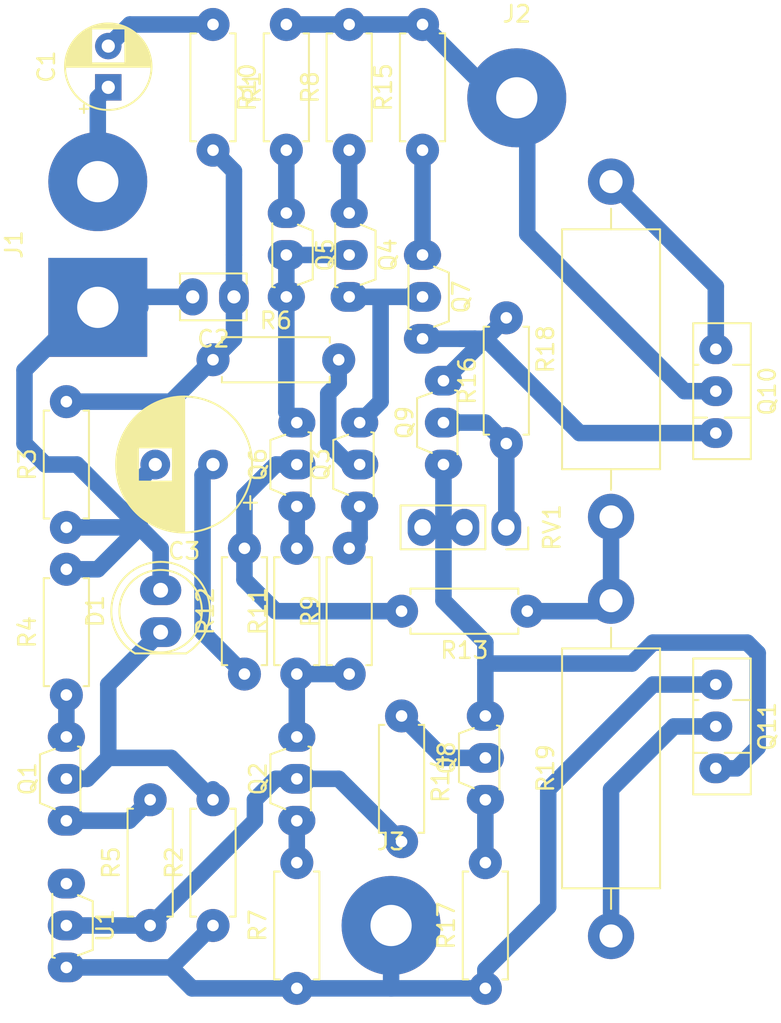
<source format=kicad_pcb>
(kicad_pcb (version 20171130) (host pcbnew "(5.1.5)-3")

  (general
    (thickness 1.6)
    (drawings 0)
    (tracks 129)
    (zones 0)
    (modules 39)
    (nets 31)
  )

  (page A4)
  (layers
    (0 F.Cu signal)
    (31 B.Cu signal)
    (32 B.Adhes user)
    (33 F.Adhes user)
    (34 B.Paste user)
    (35 F.Paste user)
    (36 B.SilkS user)
    (37 F.SilkS user)
    (38 B.Mask user)
    (39 F.Mask user)
    (40 Dwgs.User user)
    (41 Cmts.User user)
    (42 Eco1.User user)
    (43 Eco2.User user)
    (44 Edge.Cuts user)
    (45 Margin user)
    (46 B.CrtYd user)
    (47 F.CrtYd user)
    (48 B.Fab user)
    (49 F.Fab user)
  )

  (setup
    (last_trace_width 1)
    (user_trace_width 1)
    (trace_clearance 0.2)
    (zone_clearance 0.508)
    (zone_45_only no)
    (trace_min 0.2)
    (via_size 0.8)
    (via_drill 0.4)
    (via_min_size 0.4)
    (via_min_drill 0.3)
    (uvia_size 0.3)
    (uvia_drill 0.1)
    (uvias_allowed no)
    (uvia_min_size 0.2)
    (uvia_min_drill 0.1)
    (edge_width 0.05)
    (segment_width 0.2)
    (pcb_text_width 0.3)
    (pcb_text_size 1.5 1.5)
    (mod_edge_width 0.12)
    (mod_text_size 1 1)
    (mod_text_width 0.15)
    (pad_size 1.8 2.25)
    (pad_drill 0.7)
    (pad_to_mask_clearance 0.051)
    (solder_mask_min_width 0.25)
    (aux_axis_origin 0 0)
    (visible_elements FFFFFF7F)
    (pcbplotparams
      (layerselection 0x010fc_ffffffff)
      (usegerberextensions false)
      (usegerberattributes false)
      (usegerberadvancedattributes false)
      (creategerberjobfile false)
      (excludeedgelayer true)
      (linewidth 0.100000)
      (plotframeref false)
      (viasonmask false)
      (mode 1)
      (useauxorigin false)
      (hpglpennumber 1)
      (hpglpenspeed 20)
      (hpglpendiameter 15.000000)
      (psnegative false)
      (psa4output false)
      (plotreference true)
      (plotvalue true)
      (plotinvisibletext false)
      (padsonsilk false)
      (subtractmaskfromsilk false)
      (outputformat 1)
      (mirror false)
      (drillshape 0)
      (scaleselection 1)
      (outputdirectory ""))
  )

  (net 0 "")
  (net 1 "Net-(C1-Pad1)")
  (net 2 "Net-(C1-Pad2)")
  (net 3 "Net-(C2-Pad1)")
  (net 4 GND)
  (net 5 "Net-(C3-Pad1)")
  (net 6 "Net-(D1-Pad1)")
  (net 7 "Net-(J2-Pad1)")
  (net 8 "Net-(J3-Pad1)")
  (net 9 "Net-(J4-Pad1)")
  (net 10 "Net-(Q1-Pad1)")
  (net 11 "Net-(Q1-Pad3)")
  (net 12 "Net-(Q2-Pad2)")
  (net 13 "Net-(Q2-Pad3)")
  (net 14 "Net-(Q2-Pad1)")
  (net 15 "Net-(Q3-Pad2)")
  (net 16 "Net-(Q3-Pad3)")
  (net 17 "Net-(Q3-Pad1)")
  (net 18 "Net-(Q4-Pad2)")
  (net 19 "Net-(Q4-Pad1)")
  (net 20 "Net-(Q5-Pad1)")
  (net 21 "Net-(Q6-Pad1)")
  (net 22 "Net-(Q6-Pad2)")
  (net 23 "Net-(Q7-Pad1)")
  (net 24 "Net-(Q10-Pad3)")
  (net 25 "Net-(Q8-Pad1)")
  (net 26 "Net-(Q11-Pad3)")
  (net 27 "Net-(Q8-Pad2)")
  (net 28 "Net-(Q9-Pad2)")
  (net 29 "Net-(Q10-Pad1)")
  (net 30 "Net-(Q11-Pad2)")

  (net_class Default "This is the default net class."
    (clearance 0.2)
    (trace_width 0.25)
    (via_dia 0.8)
    (via_drill 0.4)
    (uvia_dia 0.3)
    (uvia_drill 0.1)
    (add_net GND)
    (add_net "Net-(C1-Pad1)")
    (add_net "Net-(C1-Pad2)")
    (add_net "Net-(C2-Pad1)")
    (add_net "Net-(C3-Pad1)")
    (add_net "Net-(D1-Pad1)")
    (add_net "Net-(J2-Pad1)")
    (add_net "Net-(J3-Pad1)")
    (add_net "Net-(J4-Pad1)")
    (add_net "Net-(Q1-Pad1)")
    (add_net "Net-(Q1-Pad3)")
    (add_net "Net-(Q10-Pad1)")
    (add_net "Net-(Q10-Pad3)")
    (add_net "Net-(Q11-Pad2)")
    (add_net "Net-(Q11-Pad3)")
    (add_net "Net-(Q2-Pad1)")
    (add_net "Net-(Q2-Pad2)")
    (add_net "Net-(Q2-Pad3)")
    (add_net "Net-(Q3-Pad1)")
    (add_net "Net-(Q3-Pad2)")
    (add_net "Net-(Q3-Pad3)")
    (add_net "Net-(Q4-Pad1)")
    (add_net "Net-(Q4-Pad2)")
    (add_net "Net-(Q5-Pad1)")
    (add_net "Net-(Q6-Pad1)")
    (add_net "Net-(Q6-Pad2)")
    (add_net "Net-(Q7-Pad1)")
    (add_net "Net-(Q8-Pad1)")
    (add_net "Net-(Q8-Pad2)")
    (add_net "Net-(Q9-Pad2)")
  )

  (module Capacitor_THT:CP_Radial_D5.0mm_P2.50mm (layer F.Cu) (tedit 5AE50EF0) (tstamp 5EAA0BFE)
    (at 151.13 69.85 90)
    (descr "CP, Radial series, Radial, pin pitch=2.50mm, , diameter=5mm, Electrolytic Capacitor")
    (tags "CP Radial series Radial pin pitch 2.50mm  diameter 5mm Electrolytic Capacitor")
    (path /5EAD1231)
    (fp_text reference C1 (at 1.25 -3.75 90) (layer F.SilkS)
      (effects (font (size 1 1) (thickness 0.15)))
    )
    (fp_text value 2u2 (at 1.25 3.75 90) (layer F.Fab)
      (effects (font (size 1 1) (thickness 0.15)))
    )
    (fp_circle (center 1.25 0) (end 3.75 0) (layer F.Fab) (width 0.1))
    (fp_circle (center 1.25 0) (end 3.87 0) (layer F.SilkS) (width 0.12))
    (fp_circle (center 1.25 0) (end 4 0) (layer F.CrtYd) (width 0.05))
    (fp_line (start -0.883605 -1.0875) (end -0.383605 -1.0875) (layer F.Fab) (width 0.1))
    (fp_line (start -0.633605 -1.3375) (end -0.633605 -0.8375) (layer F.Fab) (width 0.1))
    (fp_line (start 1.25 -2.58) (end 1.25 2.58) (layer F.SilkS) (width 0.12))
    (fp_line (start 1.29 -2.58) (end 1.29 2.58) (layer F.SilkS) (width 0.12))
    (fp_line (start 1.33 -2.579) (end 1.33 2.579) (layer F.SilkS) (width 0.12))
    (fp_line (start 1.37 -2.578) (end 1.37 2.578) (layer F.SilkS) (width 0.12))
    (fp_line (start 1.41 -2.576) (end 1.41 2.576) (layer F.SilkS) (width 0.12))
    (fp_line (start 1.45 -2.573) (end 1.45 2.573) (layer F.SilkS) (width 0.12))
    (fp_line (start 1.49 -2.569) (end 1.49 -1.04) (layer F.SilkS) (width 0.12))
    (fp_line (start 1.49 1.04) (end 1.49 2.569) (layer F.SilkS) (width 0.12))
    (fp_line (start 1.53 -2.565) (end 1.53 -1.04) (layer F.SilkS) (width 0.12))
    (fp_line (start 1.53 1.04) (end 1.53 2.565) (layer F.SilkS) (width 0.12))
    (fp_line (start 1.57 -2.561) (end 1.57 -1.04) (layer F.SilkS) (width 0.12))
    (fp_line (start 1.57 1.04) (end 1.57 2.561) (layer F.SilkS) (width 0.12))
    (fp_line (start 1.61 -2.556) (end 1.61 -1.04) (layer F.SilkS) (width 0.12))
    (fp_line (start 1.61 1.04) (end 1.61 2.556) (layer F.SilkS) (width 0.12))
    (fp_line (start 1.65 -2.55) (end 1.65 -1.04) (layer F.SilkS) (width 0.12))
    (fp_line (start 1.65 1.04) (end 1.65 2.55) (layer F.SilkS) (width 0.12))
    (fp_line (start 1.69 -2.543) (end 1.69 -1.04) (layer F.SilkS) (width 0.12))
    (fp_line (start 1.69 1.04) (end 1.69 2.543) (layer F.SilkS) (width 0.12))
    (fp_line (start 1.73 -2.536) (end 1.73 -1.04) (layer F.SilkS) (width 0.12))
    (fp_line (start 1.73 1.04) (end 1.73 2.536) (layer F.SilkS) (width 0.12))
    (fp_line (start 1.77 -2.528) (end 1.77 -1.04) (layer F.SilkS) (width 0.12))
    (fp_line (start 1.77 1.04) (end 1.77 2.528) (layer F.SilkS) (width 0.12))
    (fp_line (start 1.81 -2.52) (end 1.81 -1.04) (layer F.SilkS) (width 0.12))
    (fp_line (start 1.81 1.04) (end 1.81 2.52) (layer F.SilkS) (width 0.12))
    (fp_line (start 1.85 -2.511) (end 1.85 -1.04) (layer F.SilkS) (width 0.12))
    (fp_line (start 1.85 1.04) (end 1.85 2.511) (layer F.SilkS) (width 0.12))
    (fp_line (start 1.89 -2.501) (end 1.89 -1.04) (layer F.SilkS) (width 0.12))
    (fp_line (start 1.89 1.04) (end 1.89 2.501) (layer F.SilkS) (width 0.12))
    (fp_line (start 1.93 -2.491) (end 1.93 -1.04) (layer F.SilkS) (width 0.12))
    (fp_line (start 1.93 1.04) (end 1.93 2.491) (layer F.SilkS) (width 0.12))
    (fp_line (start 1.971 -2.48) (end 1.971 -1.04) (layer F.SilkS) (width 0.12))
    (fp_line (start 1.971 1.04) (end 1.971 2.48) (layer F.SilkS) (width 0.12))
    (fp_line (start 2.011 -2.468) (end 2.011 -1.04) (layer F.SilkS) (width 0.12))
    (fp_line (start 2.011 1.04) (end 2.011 2.468) (layer F.SilkS) (width 0.12))
    (fp_line (start 2.051 -2.455) (end 2.051 -1.04) (layer F.SilkS) (width 0.12))
    (fp_line (start 2.051 1.04) (end 2.051 2.455) (layer F.SilkS) (width 0.12))
    (fp_line (start 2.091 -2.442) (end 2.091 -1.04) (layer F.SilkS) (width 0.12))
    (fp_line (start 2.091 1.04) (end 2.091 2.442) (layer F.SilkS) (width 0.12))
    (fp_line (start 2.131 -2.428) (end 2.131 -1.04) (layer F.SilkS) (width 0.12))
    (fp_line (start 2.131 1.04) (end 2.131 2.428) (layer F.SilkS) (width 0.12))
    (fp_line (start 2.171 -2.414) (end 2.171 -1.04) (layer F.SilkS) (width 0.12))
    (fp_line (start 2.171 1.04) (end 2.171 2.414) (layer F.SilkS) (width 0.12))
    (fp_line (start 2.211 -2.398) (end 2.211 -1.04) (layer F.SilkS) (width 0.12))
    (fp_line (start 2.211 1.04) (end 2.211 2.398) (layer F.SilkS) (width 0.12))
    (fp_line (start 2.251 -2.382) (end 2.251 -1.04) (layer F.SilkS) (width 0.12))
    (fp_line (start 2.251 1.04) (end 2.251 2.382) (layer F.SilkS) (width 0.12))
    (fp_line (start 2.291 -2.365) (end 2.291 -1.04) (layer F.SilkS) (width 0.12))
    (fp_line (start 2.291 1.04) (end 2.291 2.365) (layer F.SilkS) (width 0.12))
    (fp_line (start 2.331 -2.348) (end 2.331 -1.04) (layer F.SilkS) (width 0.12))
    (fp_line (start 2.331 1.04) (end 2.331 2.348) (layer F.SilkS) (width 0.12))
    (fp_line (start 2.371 -2.329) (end 2.371 -1.04) (layer F.SilkS) (width 0.12))
    (fp_line (start 2.371 1.04) (end 2.371 2.329) (layer F.SilkS) (width 0.12))
    (fp_line (start 2.411 -2.31) (end 2.411 -1.04) (layer F.SilkS) (width 0.12))
    (fp_line (start 2.411 1.04) (end 2.411 2.31) (layer F.SilkS) (width 0.12))
    (fp_line (start 2.451 -2.29) (end 2.451 -1.04) (layer F.SilkS) (width 0.12))
    (fp_line (start 2.451 1.04) (end 2.451 2.29) (layer F.SilkS) (width 0.12))
    (fp_line (start 2.491 -2.268) (end 2.491 -1.04) (layer F.SilkS) (width 0.12))
    (fp_line (start 2.491 1.04) (end 2.491 2.268) (layer F.SilkS) (width 0.12))
    (fp_line (start 2.531 -2.247) (end 2.531 -1.04) (layer F.SilkS) (width 0.12))
    (fp_line (start 2.531 1.04) (end 2.531 2.247) (layer F.SilkS) (width 0.12))
    (fp_line (start 2.571 -2.224) (end 2.571 -1.04) (layer F.SilkS) (width 0.12))
    (fp_line (start 2.571 1.04) (end 2.571 2.224) (layer F.SilkS) (width 0.12))
    (fp_line (start 2.611 -2.2) (end 2.611 -1.04) (layer F.SilkS) (width 0.12))
    (fp_line (start 2.611 1.04) (end 2.611 2.2) (layer F.SilkS) (width 0.12))
    (fp_line (start 2.651 -2.175) (end 2.651 -1.04) (layer F.SilkS) (width 0.12))
    (fp_line (start 2.651 1.04) (end 2.651 2.175) (layer F.SilkS) (width 0.12))
    (fp_line (start 2.691 -2.149) (end 2.691 -1.04) (layer F.SilkS) (width 0.12))
    (fp_line (start 2.691 1.04) (end 2.691 2.149) (layer F.SilkS) (width 0.12))
    (fp_line (start 2.731 -2.122) (end 2.731 -1.04) (layer F.SilkS) (width 0.12))
    (fp_line (start 2.731 1.04) (end 2.731 2.122) (layer F.SilkS) (width 0.12))
    (fp_line (start 2.771 -2.095) (end 2.771 -1.04) (layer F.SilkS) (width 0.12))
    (fp_line (start 2.771 1.04) (end 2.771 2.095) (layer F.SilkS) (width 0.12))
    (fp_line (start 2.811 -2.065) (end 2.811 -1.04) (layer F.SilkS) (width 0.12))
    (fp_line (start 2.811 1.04) (end 2.811 2.065) (layer F.SilkS) (width 0.12))
    (fp_line (start 2.851 -2.035) (end 2.851 -1.04) (layer F.SilkS) (width 0.12))
    (fp_line (start 2.851 1.04) (end 2.851 2.035) (layer F.SilkS) (width 0.12))
    (fp_line (start 2.891 -2.004) (end 2.891 -1.04) (layer F.SilkS) (width 0.12))
    (fp_line (start 2.891 1.04) (end 2.891 2.004) (layer F.SilkS) (width 0.12))
    (fp_line (start 2.931 -1.971) (end 2.931 -1.04) (layer F.SilkS) (width 0.12))
    (fp_line (start 2.931 1.04) (end 2.931 1.971) (layer F.SilkS) (width 0.12))
    (fp_line (start 2.971 -1.937) (end 2.971 -1.04) (layer F.SilkS) (width 0.12))
    (fp_line (start 2.971 1.04) (end 2.971 1.937) (layer F.SilkS) (width 0.12))
    (fp_line (start 3.011 -1.901) (end 3.011 -1.04) (layer F.SilkS) (width 0.12))
    (fp_line (start 3.011 1.04) (end 3.011 1.901) (layer F.SilkS) (width 0.12))
    (fp_line (start 3.051 -1.864) (end 3.051 -1.04) (layer F.SilkS) (width 0.12))
    (fp_line (start 3.051 1.04) (end 3.051 1.864) (layer F.SilkS) (width 0.12))
    (fp_line (start 3.091 -1.826) (end 3.091 -1.04) (layer F.SilkS) (width 0.12))
    (fp_line (start 3.091 1.04) (end 3.091 1.826) (layer F.SilkS) (width 0.12))
    (fp_line (start 3.131 -1.785) (end 3.131 -1.04) (layer F.SilkS) (width 0.12))
    (fp_line (start 3.131 1.04) (end 3.131 1.785) (layer F.SilkS) (width 0.12))
    (fp_line (start 3.171 -1.743) (end 3.171 -1.04) (layer F.SilkS) (width 0.12))
    (fp_line (start 3.171 1.04) (end 3.171 1.743) (layer F.SilkS) (width 0.12))
    (fp_line (start 3.211 -1.699) (end 3.211 -1.04) (layer F.SilkS) (width 0.12))
    (fp_line (start 3.211 1.04) (end 3.211 1.699) (layer F.SilkS) (width 0.12))
    (fp_line (start 3.251 -1.653) (end 3.251 -1.04) (layer F.SilkS) (width 0.12))
    (fp_line (start 3.251 1.04) (end 3.251 1.653) (layer F.SilkS) (width 0.12))
    (fp_line (start 3.291 -1.605) (end 3.291 -1.04) (layer F.SilkS) (width 0.12))
    (fp_line (start 3.291 1.04) (end 3.291 1.605) (layer F.SilkS) (width 0.12))
    (fp_line (start 3.331 -1.554) (end 3.331 -1.04) (layer F.SilkS) (width 0.12))
    (fp_line (start 3.331 1.04) (end 3.331 1.554) (layer F.SilkS) (width 0.12))
    (fp_line (start 3.371 -1.5) (end 3.371 -1.04) (layer F.SilkS) (width 0.12))
    (fp_line (start 3.371 1.04) (end 3.371 1.5) (layer F.SilkS) (width 0.12))
    (fp_line (start 3.411 -1.443) (end 3.411 -1.04) (layer F.SilkS) (width 0.12))
    (fp_line (start 3.411 1.04) (end 3.411 1.443) (layer F.SilkS) (width 0.12))
    (fp_line (start 3.451 -1.383) (end 3.451 -1.04) (layer F.SilkS) (width 0.12))
    (fp_line (start 3.451 1.04) (end 3.451 1.383) (layer F.SilkS) (width 0.12))
    (fp_line (start 3.491 -1.319) (end 3.491 -1.04) (layer F.SilkS) (width 0.12))
    (fp_line (start 3.491 1.04) (end 3.491 1.319) (layer F.SilkS) (width 0.12))
    (fp_line (start 3.531 -1.251) (end 3.531 -1.04) (layer F.SilkS) (width 0.12))
    (fp_line (start 3.531 1.04) (end 3.531 1.251) (layer F.SilkS) (width 0.12))
    (fp_line (start 3.571 -1.178) (end 3.571 1.178) (layer F.SilkS) (width 0.12))
    (fp_line (start 3.611 -1.098) (end 3.611 1.098) (layer F.SilkS) (width 0.12))
    (fp_line (start 3.651 -1.011) (end 3.651 1.011) (layer F.SilkS) (width 0.12))
    (fp_line (start 3.691 -0.915) (end 3.691 0.915) (layer F.SilkS) (width 0.12))
    (fp_line (start 3.731 -0.805) (end 3.731 0.805) (layer F.SilkS) (width 0.12))
    (fp_line (start 3.771 -0.677) (end 3.771 0.677) (layer F.SilkS) (width 0.12))
    (fp_line (start 3.811 -0.518) (end 3.811 0.518) (layer F.SilkS) (width 0.12))
    (fp_line (start 3.851 -0.284) (end 3.851 0.284) (layer F.SilkS) (width 0.12))
    (fp_line (start -1.554775 -1.475) (end -1.054775 -1.475) (layer F.SilkS) (width 0.12))
    (fp_line (start -1.304775 -1.725) (end -1.304775 -1.225) (layer F.SilkS) (width 0.12))
    (fp_text user %R (at 1.25 0 90) (layer F.Fab)
      (effects (font (size 1 1) (thickness 0.15)))
    )
    (pad 1 thru_hole rect (at 0 0 90) (size 1.6 1.6) (drill 0.8) (layers *.Cu *.Mask)
      (net 1 "Net-(C1-Pad1)"))
    (pad 2 thru_hole circle (at 2.5 0 90) (size 1.6 1.6) (drill 0.8) (layers *.Cu *.Mask)
      (net 2 "Net-(C1-Pad2)"))
    (model ${KISYS3DMOD}/Capacitor_THT.3dshapes/CP_Radial_D5.0mm_P2.50mm.wrl
      (at (xyz 0 0 0))
      (scale (xyz 1 1 1))
      (rotate (xyz 0 0 0))
    )
  )

  (module Capacitor_THT:C_Disc_D3.8mm_W2.6mm_P2.50mm (layer F.Cu) (tedit 5EA9BCC8) (tstamp 5EAA0C13)
    (at 158.75 82.55 180)
    (descr "C, Disc series, Radial, pin pitch=2.50mm, , diameter*width=3.8*2.6mm^2, Capacitor, http://www.vishay.com/docs/45233/krseries.pdf")
    (tags "C Disc series Radial pin pitch 2.50mm  diameter 3.8mm width 2.6mm Capacitor")
    (path /5EAA8754)
    (fp_text reference C2 (at 1.25 -2.55) (layer F.SilkS)
      (effects (font (size 1 1) (thickness 0.15)))
    )
    (fp_text value 100p (at 1.25 2.55) (layer F.Fab)
      (effects (font (size 1 1) (thickness 0.15)))
    )
    (fp_line (start -0.65 -1.3) (end -0.65 1.3) (layer F.Fab) (width 0.1))
    (fp_line (start -0.65 1.3) (end 3.15 1.3) (layer F.Fab) (width 0.1))
    (fp_line (start 3.15 1.3) (end 3.15 -1.3) (layer F.Fab) (width 0.1))
    (fp_line (start 3.15 -1.3) (end -0.65 -1.3) (layer F.Fab) (width 0.1))
    (fp_line (start -0.77 -1.42) (end 3.27 -1.42) (layer F.SilkS) (width 0.12))
    (fp_line (start -0.77 1.42) (end 3.27 1.42) (layer F.SilkS) (width 0.12))
    (fp_line (start -0.77 -1.42) (end -0.77 -0.795) (layer F.SilkS) (width 0.12))
    (fp_line (start -0.77 0.795) (end -0.77 1.42) (layer F.SilkS) (width 0.12))
    (fp_line (start 3.27 -1.42) (end 3.27 -0.795) (layer F.SilkS) (width 0.12))
    (fp_line (start 3.27 0.795) (end 3.27 1.42) (layer F.SilkS) (width 0.12))
    (fp_line (start -1.05 -1.55) (end -1.05 1.55) (layer F.CrtYd) (width 0.05))
    (fp_line (start -1.05 1.55) (end 3.55 1.55) (layer F.CrtYd) (width 0.05))
    (fp_line (start 3.55 1.55) (end 3.55 -1.55) (layer F.CrtYd) (width 0.05))
    (fp_line (start 3.55 -1.55) (end -1.05 -1.55) (layer F.CrtYd) (width 0.05))
    (fp_text user %R (at 1.25 0) (layer F.Fab)
      (effects (font (size 0.76 0.76) (thickness 0.114)))
    )
    (pad 1 thru_hole oval (at 0 0 180) (size 1.8 2.25) (drill 0.8) (layers *.Cu *.Mask)
      (net 3 "Net-(C2-Pad1)"))
    (pad 2 thru_hole oval (at 2.5 0 180) (size 1.8 2.25) (drill 0.8) (layers *.Cu *.Mask)
      (net 4 GND))
    (model ${KISYS3DMOD}/Capacitor_THT.3dshapes/C_Disc_D3.8mm_W2.6mm_P2.50mm.wrl
      (at (xyz 0 0 0))
      (scale (xyz 1 1 1))
      (rotate (xyz 0 0 0))
    )
  )

  (module Capacitor_THT:CP_Radial_D8.0mm_P3.50mm (layer F.Cu) (tedit 5EA9BC86) (tstamp 5EAA0CBC)
    (at 157.48 92.71 180)
    (descr "CP, Radial series, Radial, pin pitch=3.50mm, , diameter=8mm, Electrolytic Capacitor")
    (tags "CP Radial series Radial pin pitch 3.50mm  diameter 8mm Electrolytic Capacitor")
    (path /5EAFAB32)
    (fp_text reference C3 (at 1.75 -5.25) (layer F.SilkS)
      (effects (font (size 1 1) (thickness 0.15)))
    )
    (fp_text value 100u (at 1.75 5.25) (layer F.Fab)
      (effects (font (size 1 1) (thickness 0.15)))
    )
    (fp_circle (center 1.75 0) (end 5.75 0) (layer F.Fab) (width 0.1))
    (fp_circle (center 1.75 0) (end 5.87 0) (layer F.SilkS) (width 0.12))
    (fp_circle (center 1.75 0) (end 6 0) (layer F.CrtYd) (width 0.05))
    (fp_line (start -1.676759 -1.7475) (end -0.876759 -1.7475) (layer F.Fab) (width 0.1))
    (fp_line (start -1.276759 -2.1475) (end -1.276759 -1.3475) (layer F.Fab) (width 0.1))
    (fp_line (start 1.75 -4.08) (end 1.75 4.08) (layer F.SilkS) (width 0.12))
    (fp_line (start 1.79 -4.08) (end 1.79 4.08) (layer F.SilkS) (width 0.12))
    (fp_line (start 1.83 -4.08) (end 1.83 4.08) (layer F.SilkS) (width 0.12))
    (fp_line (start 1.87 -4.079) (end 1.87 4.079) (layer F.SilkS) (width 0.12))
    (fp_line (start 1.91 -4.077) (end 1.91 4.077) (layer F.SilkS) (width 0.12))
    (fp_line (start 1.95 -4.076) (end 1.95 4.076) (layer F.SilkS) (width 0.12))
    (fp_line (start 1.99 -4.074) (end 1.99 4.074) (layer F.SilkS) (width 0.12))
    (fp_line (start 2.03 -4.071) (end 2.03 4.071) (layer F.SilkS) (width 0.12))
    (fp_line (start 2.07 -4.068) (end 2.07 4.068) (layer F.SilkS) (width 0.12))
    (fp_line (start 2.11 -4.065) (end 2.11 4.065) (layer F.SilkS) (width 0.12))
    (fp_line (start 2.15 -4.061) (end 2.15 4.061) (layer F.SilkS) (width 0.12))
    (fp_line (start 2.19 -4.057) (end 2.19 4.057) (layer F.SilkS) (width 0.12))
    (fp_line (start 2.23 -4.052) (end 2.23 4.052) (layer F.SilkS) (width 0.12))
    (fp_line (start 2.27 -4.048) (end 2.27 4.048) (layer F.SilkS) (width 0.12))
    (fp_line (start 2.31 -4.042) (end 2.31 4.042) (layer F.SilkS) (width 0.12))
    (fp_line (start 2.35 -4.037) (end 2.35 4.037) (layer F.SilkS) (width 0.12))
    (fp_line (start 2.39 -4.03) (end 2.39 4.03) (layer F.SilkS) (width 0.12))
    (fp_line (start 2.43 -4.024) (end 2.43 4.024) (layer F.SilkS) (width 0.12))
    (fp_line (start 2.471 -4.017) (end 2.471 -1.04) (layer F.SilkS) (width 0.12))
    (fp_line (start 2.471 1.04) (end 2.471 4.017) (layer F.SilkS) (width 0.12))
    (fp_line (start 2.511 -4.01) (end 2.511 -1.04) (layer F.SilkS) (width 0.12))
    (fp_line (start 2.511 1.04) (end 2.511 4.01) (layer F.SilkS) (width 0.12))
    (fp_line (start 2.551 -4.002) (end 2.551 -1.04) (layer F.SilkS) (width 0.12))
    (fp_line (start 2.551 1.04) (end 2.551 4.002) (layer F.SilkS) (width 0.12))
    (fp_line (start 2.591 -3.994) (end 2.591 -1.04) (layer F.SilkS) (width 0.12))
    (fp_line (start 2.591 1.04) (end 2.591 3.994) (layer F.SilkS) (width 0.12))
    (fp_line (start 2.631 -3.985) (end 2.631 -1.04) (layer F.SilkS) (width 0.12))
    (fp_line (start 2.631 1.04) (end 2.631 3.985) (layer F.SilkS) (width 0.12))
    (fp_line (start 2.671 -3.976) (end 2.671 -1.04) (layer F.SilkS) (width 0.12))
    (fp_line (start 2.671 1.04) (end 2.671 3.976) (layer F.SilkS) (width 0.12))
    (fp_line (start 2.711 -3.967) (end 2.711 -1.04) (layer F.SilkS) (width 0.12))
    (fp_line (start 2.711 1.04) (end 2.711 3.967) (layer F.SilkS) (width 0.12))
    (fp_line (start 2.751 -3.957) (end 2.751 -1.04) (layer F.SilkS) (width 0.12))
    (fp_line (start 2.751 1.04) (end 2.751 3.957) (layer F.SilkS) (width 0.12))
    (fp_line (start 2.791 -3.947) (end 2.791 -1.04) (layer F.SilkS) (width 0.12))
    (fp_line (start 2.791 1.04) (end 2.791 3.947) (layer F.SilkS) (width 0.12))
    (fp_line (start 2.831 -3.936) (end 2.831 -1.04) (layer F.SilkS) (width 0.12))
    (fp_line (start 2.831 1.04) (end 2.831 3.936) (layer F.SilkS) (width 0.12))
    (fp_line (start 2.871 -3.925) (end 2.871 -1.04) (layer F.SilkS) (width 0.12))
    (fp_line (start 2.871 1.04) (end 2.871 3.925) (layer F.SilkS) (width 0.12))
    (fp_line (start 2.911 -3.914) (end 2.911 -1.04) (layer F.SilkS) (width 0.12))
    (fp_line (start 2.911 1.04) (end 2.911 3.914) (layer F.SilkS) (width 0.12))
    (fp_line (start 2.951 -3.902) (end 2.951 -1.04) (layer F.SilkS) (width 0.12))
    (fp_line (start 2.951 1.04) (end 2.951 3.902) (layer F.SilkS) (width 0.12))
    (fp_line (start 2.991 -3.889) (end 2.991 -1.04) (layer F.SilkS) (width 0.12))
    (fp_line (start 2.991 1.04) (end 2.991 3.889) (layer F.SilkS) (width 0.12))
    (fp_line (start 3.031 -3.877) (end 3.031 -1.04) (layer F.SilkS) (width 0.12))
    (fp_line (start 3.031 1.04) (end 3.031 3.877) (layer F.SilkS) (width 0.12))
    (fp_line (start 3.071 -3.863) (end 3.071 -1.04) (layer F.SilkS) (width 0.12))
    (fp_line (start 3.071 1.04) (end 3.071 3.863) (layer F.SilkS) (width 0.12))
    (fp_line (start 3.111 -3.85) (end 3.111 -1.04) (layer F.SilkS) (width 0.12))
    (fp_line (start 3.111 1.04) (end 3.111 3.85) (layer F.SilkS) (width 0.12))
    (fp_line (start 3.151 -3.835) (end 3.151 -1.04) (layer F.SilkS) (width 0.12))
    (fp_line (start 3.151 1.04) (end 3.151 3.835) (layer F.SilkS) (width 0.12))
    (fp_line (start 3.191 -3.821) (end 3.191 -1.04) (layer F.SilkS) (width 0.12))
    (fp_line (start 3.191 1.04) (end 3.191 3.821) (layer F.SilkS) (width 0.12))
    (fp_line (start 3.231 -3.805) (end 3.231 -1.04) (layer F.SilkS) (width 0.12))
    (fp_line (start 3.231 1.04) (end 3.231 3.805) (layer F.SilkS) (width 0.12))
    (fp_line (start 3.271 -3.79) (end 3.271 -1.04) (layer F.SilkS) (width 0.12))
    (fp_line (start 3.271 1.04) (end 3.271 3.79) (layer F.SilkS) (width 0.12))
    (fp_line (start 3.311 -3.774) (end 3.311 -1.04) (layer F.SilkS) (width 0.12))
    (fp_line (start 3.311 1.04) (end 3.311 3.774) (layer F.SilkS) (width 0.12))
    (fp_line (start 3.351 -3.757) (end 3.351 -1.04) (layer F.SilkS) (width 0.12))
    (fp_line (start 3.351 1.04) (end 3.351 3.757) (layer F.SilkS) (width 0.12))
    (fp_line (start 3.391 -3.74) (end 3.391 -1.04) (layer F.SilkS) (width 0.12))
    (fp_line (start 3.391 1.04) (end 3.391 3.74) (layer F.SilkS) (width 0.12))
    (fp_line (start 3.431 -3.722) (end 3.431 -1.04) (layer F.SilkS) (width 0.12))
    (fp_line (start 3.431 1.04) (end 3.431 3.722) (layer F.SilkS) (width 0.12))
    (fp_line (start 3.471 -3.704) (end 3.471 -1.04) (layer F.SilkS) (width 0.12))
    (fp_line (start 3.471 1.04) (end 3.471 3.704) (layer F.SilkS) (width 0.12))
    (fp_line (start 3.511 -3.686) (end 3.511 -1.04) (layer F.SilkS) (width 0.12))
    (fp_line (start 3.511 1.04) (end 3.511 3.686) (layer F.SilkS) (width 0.12))
    (fp_line (start 3.551 -3.666) (end 3.551 -1.04) (layer F.SilkS) (width 0.12))
    (fp_line (start 3.551 1.04) (end 3.551 3.666) (layer F.SilkS) (width 0.12))
    (fp_line (start 3.591 -3.647) (end 3.591 -1.04) (layer F.SilkS) (width 0.12))
    (fp_line (start 3.591 1.04) (end 3.591 3.647) (layer F.SilkS) (width 0.12))
    (fp_line (start 3.631 -3.627) (end 3.631 -1.04) (layer F.SilkS) (width 0.12))
    (fp_line (start 3.631 1.04) (end 3.631 3.627) (layer F.SilkS) (width 0.12))
    (fp_line (start 3.671 -3.606) (end 3.671 -1.04) (layer F.SilkS) (width 0.12))
    (fp_line (start 3.671 1.04) (end 3.671 3.606) (layer F.SilkS) (width 0.12))
    (fp_line (start 3.711 -3.584) (end 3.711 -1.04) (layer F.SilkS) (width 0.12))
    (fp_line (start 3.711 1.04) (end 3.711 3.584) (layer F.SilkS) (width 0.12))
    (fp_line (start 3.751 -3.562) (end 3.751 -1.04) (layer F.SilkS) (width 0.12))
    (fp_line (start 3.751 1.04) (end 3.751 3.562) (layer F.SilkS) (width 0.12))
    (fp_line (start 3.791 -3.54) (end 3.791 -1.04) (layer F.SilkS) (width 0.12))
    (fp_line (start 3.791 1.04) (end 3.791 3.54) (layer F.SilkS) (width 0.12))
    (fp_line (start 3.831 -3.517) (end 3.831 -1.04) (layer F.SilkS) (width 0.12))
    (fp_line (start 3.831 1.04) (end 3.831 3.517) (layer F.SilkS) (width 0.12))
    (fp_line (start 3.871 -3.493) (end 3.871 -1.04) (layer F.SilkS) (width 0.12))
    (fp_line (start 3.871 1.04) (end 3.871 3.493) (layer F.SilkS) (width 0.12))
    (fp_line (start 3.911 -3.469) (end 3.911 -1.04) (layer F.SilkS) (width 0.12))
    (fp_line (start 3.911 1.04) (end 3.911 3.469) (layer F.SilkS) (width 0.12))
    (fp_line (start 3.951 -3.444) (end 3.951 -1.04) (layer F.SilkS) (width 0.12))
    (fp_line (start 3.951 1.04) (end 3.951 3.444) (layer F.SilkS) (width 0.12))
    (fp_line (start 3.991 -3.418) (end 3.991 -1.04) (layer F.SilkS) (width 0.12))
    (fp_line (start 3.991 1.04) (end 3.991 3.418) (layer F.SilkS) (width 0.12))
    (fp_line (start 4.031 -3.392) (end 4.031 -1.04) (layer F.SilkS) (width 0.12))
    (fp_line (start 4.031 1.04) (end 4.031 3.392) (layer F.SilkS) (width 0.12))
    (fp_line (start 4.071 -3.365) (end 4.071 -1.04) (layer F.SilkS) (width 0.12))
    (fp_line (start 4.071 1.04) (end 4.071 3.365) (layer F.SilkS) (width 0.12))
    (fp_line (start 4.111 -3.338) (end 4.111 -1.04) (layer F.SilkS) (width 0.12))
    (fp_line (start 4.111 1.04) (end 4.111 3.338) (layer F.SilkS) (width 0.12))
    (fp_line (start 4.151 -3.309) (end 4.151 -1.04) (layer F.SilkS) (width 0.12))
    (fp_line (start 4.151 1.04) (end 4.151 3.309) (layer F.SilkS) (width 0.12))
    (fp_line (start 4.191 -3.28) (end 4.191 -1.04) (layer F.SilkS) (width 0.12))
    (fp_line (start 4.191 1.04) (end 4.191 3.28) (layer F.SilkS) (width 0.12))
    (fp_line (start 4.231 -3.25) (end 4.231 -1.04) (layer F.SilkS) (width 0.12))
    (fp_line (start 4.231 1.04) (end 4.231 3.25) (layer F.SilkS) (width 0.12))
    (fp_line (start 4.271 -3.22) (end 4.271 -1.04) (layer F.SilkS) (width 0.12))
    (fp_line (start 4.271 1.04) (end 4.271 3.22) (layer F.SilkS) (width 0.12))
    (fp_line (start 4.311 -3.189) (end 4.311 -1.04) (layer F.SilkS) (width 0.12))
    (fp_line (start 4.311 1.04) (end 4.311 3.189) (layer F.SilkS) (width 0.12))
    (fp_line (start 4.351 -3.156) (end 4.351 -1.04) (layer F.SilkS) (width 0.12))
    (fp_line (start 4.351 1.04) (end 4.351 3.156) (layer F.SilkS) (width 0.12))
    (fp_line (start 4.391 -3.124) (end 4.391 -1.04) (layer F.SilkS) (width 0.12))
    (fp_line (start 4.391 1.04) (end 4.391 3.124) (layer F.SilkS) (width 0.12))
    (fp_line (start 4.431 -3.09) (end 4.431 -1.04) (layer F.SilkS) (width 0.12))
    (fp_line (start 4.431 1.04) (end 4.431 3.09) (layer F.SilkS) (width 0.12))
    (fp_line (start 4.471 -3.055) (end 4.471 -1.04) (layer F.SilkS) (width 0.12))
    (fp_line (start 4.471 1.04) (end 4.471 3.055) (layer F.SilkS) (width 0.12))
    (fp_line (start 4.511 -3.019) (end 4.511 -1.04) (layer F.SilkS) (width 0.12))
    (fp_line (start 4.511 1.04) (end 4.511 3.019) (layer F.SilkS) (width 0.12))
    (fp_line (start 4.551 -2.983) (end 4.551 2.983) (layer F.SilkS) (width 0.12))
    (fp_line (start 4.591 -2.945) (end 4.591 2.945) (layer F.SilkS) (width 0.12))
    (fp_line (start 4.631 -2.907) (end 4.631 2.907) (layer F.SilkS) (width 0.12))
    (fp_line (start 4.671 -2.867) (end 4.671 2.867) (layer F.SilkS) (width 0.12))
    (fp_line (start 4.711 -2.826) (end 4.711 2.826) (layer F.SilkS) (width 0.12))
    (fp_line (start 4.751 -2.784) (end 4.751 2.784) (layer F.SilkS) (width 0.12))
    (fp_line (start 4.791 -2.741) (end 4.791 2.741) (layer F.SilkS) (width 0.12))
    (fp_line (start 4.831 -2.697) (end 4.831 2.697) (layer F.SilkS) (width 0.12))
    (fp_line (start 4.871 -2.651) (end 4.871 2.651) (layer F.SilkS) (width 0.12))
    (fp_line (start 4.911 -2.604) (end 4.911 2.604) (layer F.SilkS) (width 0.12))
    (fp_line (start 4.951 -2.556) (end 4.951 2.556) (layer F.SilkS) (width 0.12))
    (fp_line (start 4.991 -2.505) (end 4.991 2.505) (layer F.SilkS) (width 0.12))
    (fp_line (start 5.031 -2.454) (end 5.031 2.454) (layer F.SilkS) (width 0.12))
    (fp_line (start 5.071 -2.4) (end 5.071 2.4) (layer F.SilkS) (width 0.12))
    (fp_line (start 5.111 -2.345) (end 5.111 2.345) (layer F.SilkS) (width 0.12))
    (fp_line (start 5.151 -2.287) (end 5.151 2.287) (layer F.SilkS) (width 0.12))
    (fp_line (start 5.191 -2.228) (end 5.191 2.228) (layer F.SilkS) (width 0.12))
    (fp_line (start 5.231 -2.166) (end 5.231 2.166) (layer F.SilkS) (width 0.12))
    (fp_line (start 5.271 -2.102) (end 5.271 2.102) (layer F.SilkS) (width 0.12))
    (fp_line (start 5.311 -2.034) (end 5.311 2.034) (layer F.SilkS) (width 0.12))
    (fp_line (start 5.351 -1.964) (end 5.351 1.964) (layer F.SilkS) (width 0.12))
    (fp_line (start 5.391 -1.89) (end 5.391 1.89) (layer F.SilkS) (width 0.12))
    (fp_line (start 5.431 -1.813) (end 5.431 1.813) (layer F.SilkS) (width 0.12))
    (fp_line (start 5.471 -1.731) (end 5.471 1.731) (layer F.SilkS) (width 0.12))
    (fp_line (start 5.511 -1.645) (end 5.511 1.645) (layer F.SilkS) (width 0.12))
    (fp_line (start 5.551 -1.552) (end 5.551 1.552) (layer F.SilkS) (width 0.12))
    (fp_line (start 5.591 -1.453) (end 5.591 1.453) (layer F.SilkS) (width 0.12))
    (fp_line (start 5.631 -1.346) (end 5.631 1.346) (layer F.SilkS) (width 0.12))
    (fp_line (start 5.671 -1.229) (end 5.671 1.229) (layer F.SilkS) (width 0.12))
    (fp_line (start 5.711 -1.098) (end 5.711 1.098) (layer F.SilkS) (width 0.12))
    (fp_line (start 5.751 -0.948) (end 5.751 0.948) (layer F.SilkS) (width 0.12))
    (fp_line (start 5.791 -0.768) (end 5.791 0.768) (layer F.SilkS) (width 0.12))
    (fp_line (start 5.831 -0.533) (end 5.831 0.533) (layer F.SilkS) (width 0.12))
    (fp_line (start -2.659698 -2.315) (end -1.859698 -2.315) (layer F.SilkS) (width 0.12))
    (fp_line (start -2.259698 -2.715) (end -2.259698 -1.915) (layer F.SilkS) (width 0.12))
    (fp_text user %R (at 1.75 0) (layer F.Fab)
      (effects (font (size 1 1) (thickness 0.15)))
    )
    (pad 1 thru_hole circle (at 0 0 180) (size 1.8 1.8) (drill 0.8) (layers *.Cu *.Mask)
      (net 5 "Net-(C3-Pad1)"))
    (pad 2 thru_hole circle (at 3.5 0 180) (size 1.8 1.8) (drill 0.8) (layers *.Cu *.Mask)
      (net 4 GND))
    (model ${KISYS3DMOD}/Capacitor_THT.3dshapes/CP_Radial_D8.0mm_P3.50mm.wrl
      (at (xyz 0 0 0))
      (scale (xyz 1 1 1))
      (rotate (xyz 0 0 0))
    )
  )

  (module Connector_Wire:SolderWirePad_1x02_P7.62mm_Drill2.5mm (layer F.Cu) (tedit 5AEE5F2F) (tstamp 5EAA0CDA)
    (at 150.495 83.185 90)
    (descr "Wire solder connection")
    (tags connector)
    (path /5EAD2390)
    (attr virtual)
    (fp_text reference J1 (at 3.81 -5.08 90) (layer F.SilkS)
      (effects (font (size 1 1) (thickness 0.15)))
    )
    (fp_text value Conn_01x02_Female (at 3.81 4.445 90) (layer F.Fab)
      (effects (font (size 1 1) (thickness 0.15)))
    )
    (fp_text user %R (at 3.81 0 90) (layer F.Fab)
      (effects (font (size 1 1) (thickness 0.15)))
    )
    (fp_line (start -3.5 -3.5) (end 11.12 -3.5) (layer F.CrtYd) (width 0.05))
    (fp_line (start -3.5 -3.5) (end -3.5 3.5) (layer F.CrtYd) (width 0.05))
    (fp_line (start 11.12 3.5) (end 11.12 -3.5) (layer F.CrtYd) (width 0.05))
    (fp_line (start 11.12 3.5) (end -3.5 3.5) (layer F.CrtYd) (width 0.05))
    (pad 1 thru_hole rect (at 0 0 90) (size 5.99948 5.99948) (drill 2.49936) (layers *.Cu *.Mask)
      (net 4 GND))
    (pad 2 thru_hole circle (at 7.62 0 90) (size 5.99948 5.99948) (drill 2.49936) (layers *.Cu *.Mask)
      (net 1 "Net-(C1-Pad1)"))
  )

  (module Connector_Wire:SolderWirePad_1x01_Drill2.5mm (layer F.Cu) (tedit 5AEE5EC9) (tstamp 5EAA0CE4)
    (at 175.895 70.485)
    (descr "Wire solder connection")
    (tags connector)
    (path /5EBA2848)
    (attr virtual)
    (fp_text reference J2 (at 0 -5.08) (layer F.SilkS)
      (effects (font (size 1 1) (thickness 0.15)))
    )
    (fp_text value Conn_01x01_Female (at 0 5.08) (layer F.Fab)
      (effects (font (size 1 1) (thickness 0.15)))
    )
    (fp_text user %R (at 0 0) (layer F.Fab)
      (effects (font (size 1 1) (thickness 0.15)))
    )
    (fp_line (start -3.5 -3.5) (end 3.5 -3.5) (layer F.CrtYd) (width 0.05))
    (fp_line (start -3.5 -3.5) (end -3.5 3.5) (layer F.CrtYd) (width 0.05))
    (fp_line (start 3.5 3.5) (end 3.5 -3.5) (layer F.CrtYd) (width 0.05))
    (fp_line (start 3.5 3.5) (end -3.5 3.5) (layer F.CrtYd) (width 0.05))
    (pad 1 thru_hole circle (at 0 0) (size 5.99948 5.99948) (drill 2.49936) (layers *.Cu *.Mask)
      (net 7 "Net-(J2-Pad1)"))
  )

  (module Connector_Wire:SolderWirePad_1x01_Drill2.5mm (layer F.Cu) (tedit 5AEE5EC9) (tstamp 5EAA0CEE)
    (at 168.275 120.65)
    (descr "Wire solder connection")
    (tags connector)
    (path /5EBA5C92)
    (attr virtual)
    (fp_text reference J3 (at 0 -5.08) (layer F.SilkS)
      (effects (font (size 1 1) (thickness 0.15)))
    )
    (fp_text value Conn_01x01_Female (at 0 5.08) (layer F.Fab)
      (effects (font (size 1 1) (thickness 0.15)))
    )
    (fp_line (start 3.5 3.5) (end -3.5 3.5) (layer F.CrtYd) (width 0.05))
    (fp_line (start 3.5 3.5) (end 3.5 -3.5) (layer F.CrtYd) (width 0.05))
    (fp_line (start -3.5 -3.5) (end -3.5 3.5) (layer F.CrtYd) (width 0.05))
    (fp_line (start -3.5 -3.5) (end 3.5 -3.5) (layer F.CrtYd) (width 0.05))
    (fp_text user %R (at 0 0) (layer F.Fab)
      (effects (font (size 1 1) (thickness 0.15)))
    )
    (pad 1 thru_hole circle (at 0 0) (size 5.99948 5.99948) (drill 2.49936) (layers *.Cu *.Mask)
      (net 8 "Net-(J3-Pad1)"))
  )

  (module Package_TO_SOT_THT:TO-92S_Wide (layer F.Cu) (tedit 5A279587) (tstamp 5EAA0D18)
    (at 148.59 114.3 90)
    (descr "TO-92S_Wide package, drill 0.75mm (https://www.diodes.com/assets/Package-Files/TO92S%20(Type%20B).pdf)")
    (tags "TO-92S_Wide transistor")
    (path /5EAC1EF7)
    (fp_text reference Q1 (at 2.54 -2.35 90) (layer F.SilkS)
      (effects (font (size 1 1) (thickness 0.15)))
    )
    (fp_text value 2N3906 (at 2.42 1.8 90) (layer F.Fab)
      (effects (font (size 1 1) (thickness 0.15)))
    )
    (fp_line (start 0.67 0.75) (end 4.42 0.75) (layer F.Fab) (width 0.12))
    (fp_line (start 4.42 0.75) (end 4.57 0) (layer F.Fab) (width 0.12))
    (fp_line (start 4.57 0) (end 3.97 -1.55) (layer F.Fab) (width 0.12))
    (fp_line (start 0.67 0.75) (end 0.52 0) (layer F.Fab) (width 0.12))
    (fp_line (start 0.52 0) (end 1.12 -1.55) (layer F.Fab) (width 0.12))
    (fp_line (start 1.12 -1.55) (end 3.97 -1.55) (layer F.Fab) (width 0.12))
    (fp_line (start 0.62 0.85) (end 4.47 0.85) (layer F.SilkS) (width 0.12))
    (fp_line (start 4.47 0.85) (end 4.5 0.7) (layer F.SilkS) (width 0.12))
    (fp_line (start 4.35 -0.7) (end 4.02 -1.6) (layer F.SilkS) (width 0.12))
    (fp_line (start 4.02 -1.6) (end 1.07 -1.6) (layer F.SilkS) (width 0.12))
    (fp_line (start 1.07 -1.6) (end 0.7 -0.7) (layer F.SilkS) (width 0.12))
    (fp_line (start 0.52 1) (end 4.57 1) (layer F.CrtYd) (width 0.05))
    (fp_line (start 4.57 1) (end 4.65 0.85) (layer F.CrtYd) (width 0.05))
    (fp_line (start 4.5 -0.85) (end 4.12 -1.8) (layer F.CrtYd) (width 0.05))
    (fp_line (start 4.12 -1.8) (end 0.97 -1.8) (layer F.CrtYd) (width 0.05))
    (fp_line (start 4.5 -0.85) (end 5.85 -0.85) (layer F.CrtYd) (width 0.05))
    (fp_line (start 5.85 -0.85) (end 5.85 0.85) (layer F.CrtYd) (width 0.05))
    (fp_line (start 5.85 0.85) (end 4.65 0.85) (layer F.CrtYd) (width 0.05))
    (fp_line (start 0.51 1) (end 0.43 0.85) (layer B.CrtYd) (width 0.05))
    (fp_line (start 0.58 -0.85) (end 0.96 -1.8) (layer B.CrtYd) (width 0.05))
    (fp_line (start 0.58 -0.85) (end -0.7 -0.85) (layer B.CrtYd) (width 0.05))
    (fp_line (start -0.7 -0.85) (end -0.7 0.85) (layer B.CrtYd) (width 0.05))
    (fp_line (start -0.7 0.85) (end 0.43 0.85) (layer B.CrtYd) (width 0.05))
    (fp_text user %R (at 2.54 -2.35 90) (layer F.Fab)
      (effects (font (size 1 1) (thickness 0.15)))
    )
    (pad 1 thru_hole oval (at 0 0 270) (size 1.8 2.25) (drill 0.7) (layers *.Cu *.Mask)
      (net 10 "Net-(Q1-Pad1)"))
    (pad 3 thru_hole oval (at 5.08 0 270) (size 1.8 2.25) (drill 0.7) (layers *.Cu *.Mask)
      (net 11 "Net-(Q1-Pad3)"))
    (pad 2 thru_hole oval (at 2.54 0 270) (size 1.8 2.25) (drill 0.7) (layers *.Cu *.Mask)
      (net 6 "Net-(D1-Pad1)"))
    (model ${KISYS3DMOD}/Package_TO_SOT_THT.3dshapes/TO-92S_Wide.wrl
      (at (xyz 0 0 0))
      (scale (xyz 1 1 1))
      (rotate (xyz 0 0 0))
    )
  )

  (module Package_TO_SOT_THT:TO-92S_Wide (layer F.Cu) (tedit 5A279587) (tstamp 5EAA0D37)
    (at 162.56 114.3 90)
    (descr "TO-92S_Wide package, drill 0.75mm (https://www.diodes.com/assets/Package-Files/TO92S%20(Type%20B).pdf)")
    (tags "TO-92S_Wide transistor")
    (path /5EAB3751)
    (fp_text reference Q2 (at 2.54 -2.35 90) (layer F.SilkS)
      (effects (font (size 1 1) (thickness 0.15)))
    )
    (fp_text value 2N2219 (at 2.42 1.8 90) (layer F.Fab)
      (effects (font (size 1 1) (thickness 0.15)))
    )
    (fp_text user %R (at 2.54 -2.35 90) (layer F.Fab)
      (effects (font (size 1 1) (thickness 0.15)))
    )
    (fp_line (start -0.7 0.85) (end 0.43 0.85) (layer B.CrtYd) (width 0.05))
    (fp_line (start -0.7 -0.85) (end -0.7 0.85) (layer B.CrtYd) (width 0.05))
    (fp_line (start 0.58 -0.85) (end -0.7 -0.85) (layer B.CrtYd) (width 0.05))
    (fp_line (start 0.58 -0.85) (end 0.96 -1.8) (layer B.CrtYd) (width 0.05))
    (fp_line (start 0.51 1) (end 0.43 0.85) (layer B.CrtYd) (width 0.05))
    (fp_line (start 5.85 0.85) (end 4.65 0.85) (layer F.CrtYd) (width 0.05))
    (fp_line (start 5.85 -0.85) (end 5.85 0.85) (layer F.CrtYd) (width 0.05))
    (fp_line (start 4.5 -0.85) (end 5.85 -0.85) (layer F.CrtYd) (width 0.05))
    (fp_line (start 4.12 -1.8) (end 0.97 -1.8) (layer F.CrtYd) (width 0.05))
    (fp_line (start 4.5 -0.85) (end 4.12 -1.8) (layer F.CrtYd) (width 0.05))
    (fp_line (start 4.57 1) (end 4.65 0.85) (layer F.CrtYd) (width 0.05))
    (fp_line (start 0.52 1) (end 4.57 1) (layer F.CrtYd) (width 0.05))
    (fp_line (start 1.07 -1.6) (end 0.7 -0.7) (layer F.SilkS) (width 0.12))
    (fp_line (start 4.02 -1.6) (end 1.07 -1.6) (layer F.SilkS) (width 0.12))
    (fp_line (start 4.35 -0.7) (end 4.02 -1.6) (layer F.SilkS) (width 0.12))
    (fp_line (start 4.47 0.85) (end 4.5 0.7) (layer F.SilkS) (width 0.12))
    (fp_line (start 0.62 0.85) (end 4.47 0.85) (layer F.SilkS) (width 0.12))
    (fp_line (start 1.12 -1.55) (end 3.97 -1.55) (layer F.Fab) (width 0.12))
    (fp_line (start 0.52 0) (end 1.12 -1.55) (layer F.Fab) (width 0.12))
    (fp_line (start 0.67 0.75) (end 0.52 0) (layer F.Fab) (width 0.12))
    (fp_line (start 4.57 0) (end 3.97 -1.55) (layer F.Fab) (width 0.12))
    (fp_line (start 4.42 0.75) (end 4.57 0) (layer F.Fab) (width 0.12))
    (fp_line (start 0.67 0.75) (end 4.42 0.75) (layer F.Fab) (width 0.12))
    (pad 2 thru_hole oval (at 2.54 0 270) (size 1.8 2.25) (drill 0.7) (layers *.Cu *.Mask)
      (net 12 "Net-(Q2-Pad2)"))
    (pad 3 thru_hole oval (at 5.08 0 270) (size 1.8 2.25) (drill 0.7) (layers *.Cu *.Mask)
      (net 13 "Net-(Q2-Pad3)"))
    (pad 1 thru_hole oval (at 0 0 270) (size 1.8 2.25) (drill 0.7) (layers *.Cu *.Mask)
      (net 14 "Net-(Q2-Pad1)"))
    (model ${KISYS3DMOD}/Package_TO_SOT_THT.3dshapes/TO-92S_Wide.wrl
      (at (xyz 0 0 0))
      (scale (xyz 1 1 1))
      (rotate (xyz 0 0 0))
    )
  )

  (module Package_TO_SOT_THT:TO-92S_Wide (layer F.Cu) (tedit 5A279587) (tstamp 5EAA0D56)
    (at 166.37 95.25 90)
    (descr "TO-92S_Wide package, drill 0.75mm (https://www.diodes.com/assets/Package-Files/TO92S%20(Type%20B).pdf)")
    (tags "TO-92S_Wide transistor")
    (path /5EAA47F1)
    (fp_text reference Q3 (at 2.54 -2.35 90) (layer F.SilkS)
      (effects (font (size 1 1) (thickness 0.15)))
    )
    (fp_text value 2N2219 (at 2.42 1.8 90) (layer F.Fab)
      (effects (font (size 1 1) (thickness 0.15)))
    )
    (fp_text user %R (at 2.54 -2.35 90) (layer F.Fab)
      (effects (font (size 1 1) (thickness 0.15)))
    )
    (fp_line (start -0.7 0.85) (end 0.43 0.85) (layer B.CrtYd) (width 0.05))
    (fp_line (start -0.7 -0.85) (end -0.7 0.85) (layer B.CrtYd) (width 0.05))
    (fp_line (start 0.58 -0.85) (end -0.7 -0.85) (layer B.CrtYd) (width 0.05))
    (fp_line (start 0.58 -0.85) (end 0.96 -1.8) (layer B.CrtYd) (width 0.05))
    (fp_line (start 0.51 1) (end 0.43 0.85) (layer B.CrtYd) (width 0.05))
    (fp_line (start 5.85 0.85) (end 4.65 0.85) (layer F.CrtYd) (width 0.05))
    (fp_line (start 5.85 -0.85) (end 5.85 0.85) (layer F.CrtYd) (width 0.05))
    (fp_line (start 4.5 -0.85) (end 5.85 -0.85) (layer F.CrtYd) (width 0.05))
    (fp_line (start 4.12 -1.8) (end 0.97 -1.8) (layer F.CrtYd) (width 0.05))
    (fp_line (start 4.5 -0.85) (end 4.12 -1.8) (layer F.CrtYd) (width 0.05))
    (fp_line (start 4.57 1) (end 4.65 0.85) (layer F.CrtYd) (width 0.05))
    (fp_line (start 0.52 1) (end 4.57 1) (layer F.CrtYd) (width 0.05))
    (fp_line (start 1.07 -1.6) (end 0.7 -0.7) (layer F.SilkS) (width 0.12))
    (fp_line (start 4.02 -1.6) (end 1.07 -1.6) (layer F.SilkS) (width 0.12))
    (fp_line (start 4.35 -0.7) (end 4.02 -1.6) (layer F.SilkS) (width 0.12))
    (fp_line (start 4.47 0.85) (end 4.5 0.7) (layer F.SilkS) (width 0.12))
    (fp_line (start 0.62 0.85) (end 4.47 0.85) (layer F.SilkS) (width 0.12))
    (fp_line (start 1.12 -1.55) (end 3.97 -1.55) (layer F.Fab) (width 0.12))
    (fp_line (start 0.52 0) (end 1.12 -1.55) (layer F.Fab) (width 0.12))
    (fp_line (start 0.67 0.75) (end 0.52 0) (layer F.Fab) (width 0.12))
    (fp_line (start 4.57 0) (end 3.97 -1.55) (layer F.Fab) (width 0.12))
    (fp_line (start 4.42 0.75) (end 4.57 0) (layer F.Fab) (width 0.12))
    (fp_line (start 0.67 0.75) (end 4.42 0.75) (layer F.Fab) (width 0.12))
    (pad 2 thru_hole oval (at 2.54 0 270) (size 1.8 2.25) (drill 0.7) (layers *.Cu *.Mask)
      (net 15 "Net-(Q3-Pad2)"))
    (pad 3 thru_hole oval (at 5.08 0 270) (size 1.8 2.25) (drill 0.7) (layers *.Cu *.Mask)
      (net 16 "Net-(Q3-Pad3)"))
    (pad 1 thru_hole oval (at 0 0 270) (size 1.8 2.25) (drill 0.7) (layers *.Cu *.Mask)
      (net 17 "Net-(Q3-Pad1)"))
    (model ${KISYS3DMOD}/Package_TO_SOT_THT.3dshapes/TO-92S_Wide.wrl
      (at (xyz 0 0 0))
      (scale (xyz 1 1 1))
      (rotate (xyz 0 0 0))
    )
  )

  (module Package_TO_SOT_THT:TO-92S_Wide (layer F.Cu) (tedit 5EA9BDDF) (tstamp 5EAA0D99)
    (at 162.56 95.25 90)
    (descr "TO-92S_Wide package, drill 0.75mm (https://www.diodes.com/assets/Package-Files/TO92S%20(Type%20B).pdf)")
    (tags "TO-92S_Wide transistor")
    (path /5EAAE954)
    (fp_text reference Q6 (at 2.54 -2.35 90) (layer F.SilkS)
      (effects (font (size 1 1) (thickness 0.15)))
    )
    (fp_text value 2N2219 (at 2.42 1.8 90) (layer F.Fab)
      (effects (font (size 1 1) (thickness 0.15)))
    )
    (fp_line (start 0.67 0.75) (end 4.42 0.75) (layer F.Fab) (width 0.12))
    (fp_line (start 4.42 0.75) (end 4.57 0) (layer F.Fab) (width 0.12))
    (fp_line (start 4.57 0) (end 3.97 -1.55) (layer F.Fab) (width 0.12))
    (fp_line (start 0.67 0.75) (end 0.52 0) (layer F.Fab) (width 0.12))
    (fp_line (start 0.52 0) (end 1.12 -1.55) (layer F.Fab) (width 0.12))
    (fp_line (start 1.12 -1.55) (end 3.97 -1.55) (layer F.Fab) (width 0.12))
    (fp_line (start 0.62 0.85) (end 4.47 0.85) (layer F.SilkS) (width 0.12))
    (fp_line (start 4.47 0.85) (end 4.5 0.7) (layer F.SilkS) (width 0.12))
    (fp_line (start 4.35 -0.7) (end 4.02 -1.6) (layer F.SilkS) (width 0.12))
    (fp_line (start 4.02 -1.6) (end 1.07 -1.6) (layer F.SilkS) (width 0.12))
    (fp_line (start 1.07 -1.6) (end 0.7 -0.7) (layer F.SilkS) (width 0.12))
    (fp_line (start 0.52 1) (end 4.57 1) (layer F.CrtYd) (width 0.05))
    (fp_line (start 4.57 1) (end 4.65 0.85) (layer F.CrtYd) (width 0.05))
    (fp_line (start 4.5 -0.85) (end 4.12 -1.8) (layer F.CrtYd) (width 0.05))
    (fp_line (start 4.12 -1.8) (end 0.97 -1.8) (layer F.CrtYd) (width 0.05))
    (fp_line (start 4.5 -0.85) (end 5.85 -0.85) (layer F.CrtYd) (width 0.05))
    (fp_line (start 5.85 -0.85) (end 5.85 0.85) (layer F.CrtYd) (width 0.05))
    (fp_line (start 5.85 0.85) (end 4.65 0.85) (layer F.CrtYd) (width 0.05))
    (fp_line (start 0.51 1) (end 0.43 0.85) (layer B.CrtYd) (width 0.05))
    (fp_line (start 0.58 -0.85) (end 0.96 -1.8) (layer B.CrtYd) (width 0.05))
    (fp_line (start 0.58 -0.85) (end -0.7 -0.85) (layer B.CrtYd) (width 0.05))
    (fp_line (start -0.7 -0.85) (end -0.7 0.85) (layer B.CrtYd) (width 0.05))
    (fp_line (start -0.7 0.85) (end 0.43 0.85) (layer B.CrtYd) (width 0.05))
    (fp_text user %R (at 2.54 -2.35 90) (layer F.Fab)
      (effects (font (size 1 1) (thickness 0.15)))
    )
    (pad 1 thru_hole oval (at 0 0 270) (size 1.8 2.25) (drill 0.7) (layers *.Cu *.Mask)
      (net 21 "Net-(Q6-Pad1)"))
    (pad 3 thru_hole oval (at 5.08 0 270) (size 1.8 2.25) (drill 0.7) (layers *.Cu *.Mask)
      (net 18 "Net-(Q4-Pad2)"))
    (pad 2 thru_hole oval (at 2.54 0 270) (size 1.8 2.25) (drill 0.7) (layers *.Cu *.Mask)
      (net 22 "Net-(Q6-Pad2)"))
    (model ${KISYS3DMOD}/Package_TO_SOT_THT.3dshapes/TO-92S_Wide.wrl
      (at (xyz 0 0 0))
      (scale (xyz 1 1 1))
      (rotate (xyz 0 0 0))
    )
  )

  (module Package_TO_SOT_THT:TO-92S_Wide (layer F.Cu) (tedit 5A279587) (tstamp 5EAA0DCA)
    (at 173.99 113.03 90)
    (descr "TO-92S_Wide package, drill 0.75mm (https://www.diodes.com/assets/Package-Files/TO92S%20(Type%20B).pdf)")
    (tags "TO-92S_Wide transistor")
    (path /5EB6FEBA)
    (fp_text reference Q8 (at 2.54 -2.35 90) (layer F.SilkS)
      (effects (font (size 1 1) (thickness 0.15)))
    )
    (fp_text value 2N2219 (at 2.42 1.8 90) (layer F.Fab)
      (effects (font (size 1 1) (thickness 0.15)))
    )
    (fp_line (start 0.67 0.75) (end 4.42 0.75) (layer F.Fab) (width 0.12))
    (fp_line (start 4.42 0.75) (end 4.57 0) (layer F.Fab) (width 0.12))
    (fp_line (start 4.57 0) (end 3.97 -1.55) (layer F.Fab) (width 0.12))
    (fp_line (start 0.67 0.75) (end 0.52 0) (layer F.Fab) (width 0.12))
    (fp_line (start 0.52 0) (end 1.12 -1.55) (layer F.Fab) (width 0.12))
    (fp_line (start 1.12 -1.55) (end 3.97 -1.55) (layer F.Fab) (width 0.12))
    (fp_line (start 0.62 0.85) (end 4.47 0.85) (layer F.SilkS) (width 0.12))
    (fp_line (start 4.47 0.85) (end 4.5 0.7) (layer F.SilkS) (width 0.12))
    (fp_line (start 4.35 -0.7) (end 4.02 -1.6) (layer F.SilkS) (width 0.12))
    (fp_line (start 4.02 -1.6) (end 1.07 -1.6) (layer F.SilkS) (width 0.12))
    (fp_line (start 1.07 -1.6) (end 0.7 -0.7) (layer F.SilkS) (width 0.12))
    (fp_line (start 0.52 1) (end 4.57 1) (layer F.CrtYd) (width 0.05))
    (fp_line (start 4.57 1) (end 4.65 0.85) (layer F.CrtYd) (width 0.05))
    (fp_line (start 4.5 -0.85) (end 4.12 -1.8) (layer F.CrtYd) (width 0.05))
    (fp_line (start 4.12 -1.8) (end 0.97 -1.8) (layer F.CrtYd) (width 0.05))
    (fp_line (start 4.5 -0.85) (end 5.85 -0.85) (layer F.CrtYd) (width 0.05))
    (fp_line (start 5.85 -0.85) (end 5.85 0.85) (layer F.CrtYd) (width 0.05))
    (fp_line (start 5.85 0.85) (end 4.65 0.85) (layer F.CrtYd) (width 0.05))
    (fp_line (start 0.51 1) (end 0.43 0.85) (layer B.CrtYd) (width 0.05))
    (fp_line (start 0.58 -0.85) (end 0.96 -1.8) (layer B.CrtYd) (width 0.05))
    (fp_line (start 0.58 -0.85) (end -0.7 -0.85) (layer B.CrtYd) (width 0.05))
    (fp_line (start -0.7 -0.85) (end -0.7 0.85) (layer B.CrtYd) (width 0.05))
    (fp_line (start -0.7 0.85) (end 0.43 0.85) (layer B.CrtYd) (width 0.05))
    (fp_text user %R (at 2.54 -2.35 90) (layer F.Fab)
      (effects (font (size 1 1) (thickness 0.15)))
    )
    (pad 1 thru_hole oval (at 0 0 270) (size 1.8 2.25) (drill 0.7) (layers *.Cu *.Mask)
      (net 25 "Net-(Q8-Pad1)"))
    (pad 3 thru_hole oval (at 5.08 0 270) (size 1.8 2.25) (drill 0.7) (layers *.Cu *.Mask)
      (net 26 "Net-(Q11-Pad3)"))
    (pad 2 thru_hole oval (at 2.54 0 270) (size 1.8 2.25) (drill 0.7) (layers *.Cu *.Mask)
      (net 27 "Net-(Q8-Pad2)"))
    (model ${KISYS3DMOD}/Package_TO_SOT_THT.3dshapes/TO-92S_Wide.wrl
      (at (xyz 0 0 0))
      (scale (xyz 1 1 1))
      (rotate (xyz 0 0 0))
    )
  )

  (module Package_TO_SOT_THT:TO-92S_Wide (layer F.Cu) (tedit 5A279587) (tstamp 5EAA0DE9)
    (at 171.45 92.71 90)
    (descr "TO-92S_Wide package, drill 0.75mm (https://www.diodes.com/assets/Package-Files/TO92S%20(Type%20B).pdf)")
    (tags "TO-92S_Wide transistor")
    (path /5EB0D03C)
    (fp_text reference Q9 (at 2.54 -2.35 90) (layer F.SilkS)
      (effects (font (size 1 1) (thickness 0.15)))
    )
    (fp_text value 2N2219 (at 2.42 1.8 90) (layer F.Fab)
      (effects (font (size 1 1) (thickness 0.15)))
    )
    (fp_text user %R (at 2.54 -2.35 90) (layer F.Fab)
      (effects (font (size 1 1) (thickness 0.15)))
    )
    (fp_line (start -0.7 0.85) (end 0.43 0.85) (layer B.CrtYd) (width 0.05))
    (fp_line (start -0.7 -0.85) (end -0.7 0.85) (layer B.CrtYd) (width 0.05))
    (fp_line (start 0.58 -0.85) (end -0.7 -0.85) (layer B.CrtYd) (width 0.05))
    (fp_line (start 0.58 -0.85) (end 0.96 -1.8) (layer B.CrtYd) (width 0.05))
    (fp_line (start 0.51 1) (end 0.43 0.85) (layer B.CrtYd) (width 0.05))
    (fp_line (start 5.85 0.85) (end 4.65 0.85) (layer F.CrtYd) (width 0.05))
    (fp_line (start 5.85 -0.85) (end 5.85 0.85) (layer F.CrtYd) (width 0.05))
    (fp_line (start 4.5 -0.85) (end 5.85 -0.85) (layer F.CrtYd) (width 0.05))
    (fp_line (start 4.12 -1.8) (end 0.97 -1.8) (layer F.CrtYd) (width 0.05))
    (fp_line (start 4.5 -0.85) (end 4.12 -1.8) (layer F.CrtYd) (width 0.05))
    (fp_line (start 4.57 1) (end 4.65 0.85) (layer F.CrtYd) (width 0.05))
    (fp_line (start 0.52 1) (end 4.57 1) (layer F.CrtYd) (width 0.05))
    (fp_line (start 1.07 -1.6) (end 0.7 -0.7) (layer F.SilkS) (width 0.12))
    (fp_line (start 4.02 -1.6) (end 1.07 -1.6) (layer F.SilkS) (width 0.12))
    (fp_line (start 4.35 -0.7) (end 4.02 -1.6) (layer F.SilkS) (width 0.12))
    (fp_line (start 4.47 0.85) (end 4.5 0.7) (layer F.SilkS) (width 0.12))
    (fp_line (start 0.62 0.85) (end 4.47 0.85) (layer F.SilkS) (width 0.12))
    (fp_line (start 1.12 -1.55) (end 3.97 -1.55) (layer F.Fab) (width 0.12))
    (fp_line (start 0.52 0) (end 1.12 -1.55) (layer F.Fab) (width 0.12))
    (fp_line (start 0.67 0.75) (end 0.52 0) (layer F.Fab) (width 0.12))
    (fp_line (start 4.57 0) (end 3.97 -1.55) (layer F.Fab) (width 0.12))
    (fp_line (start 4.42 0.75) (end 4.57 0) (layer F.Fab) (width 0.12))
    (fp_line (start 0.67 0.75) (end 4.42 0.75) (layer F.Fab) (width 0.12))
    (pad 2 thru_hole oval (at 2.54 0 270) (size 1.8 2.25) (drill 0.7) (layers *.Cu *.Mask)
      (net 28 "Net-(Q9-Pad2)"))
    (pad 3 thru_hole oval (at 5.08 0 270) (size 1.8 2.25) (drill 0.7) (layers *.Cu *.Mask)
      (net 24 "Net-(Q10-Pad3)"))
    (pad 1 thru_hole oval (at 0 0 270) (size 1.8 2.25) (drill 0.7) (layers *.Cu *.Mask)
      (net 26 "Net-(Q11-Pad3)"))
    (model ${KISYS3DMOD}/Package_TO_SOT_THT.3dshapes/TO-92S_Wide.wrl
      (at (xyz 0 0 0))
      (scale (xyz 1 1 1))
      (rotate (xyz 0 0 0))
    )
  )

  (module Package_TO_SOT_THT:TO-126-3_Vertical (layer F.Cu) (tedit 5AC8BA0D) (tstamp 5EAA0E03)
    (at 187.96 85.725 270)
    (descr "TO-126-3, Vertical, RM 2.54mm, see https://www.diodes.com/assets/Package-Files/TO126.pdf")
    (tags "TO-126-3 Vertical RM 2.54mm")
    (path /5EB14AD3)
    (fp_text reference Q10 (at 2.54 -3.12 90) (layer F.SilkS)
      (effects (font (size 1 1) (thickness 0.15)))
    )
    (fp_text value BD139 (at 2.54 2.5 90) (layer F.Fab)
      (effects (font (size 1 1) (thickness 0.15)))
    )
    (fp_text user %R (at 2.54 -3.12 90) (layer F.Fab)
      (effects (font (size 1 1) (thickness 0.15)))
    )
    (fp_line (start 6.79 -2.25) (end -1.71 -2.25) (layer F.CrtYd) (width 0.05))
    (fp_line (start 6.79 1.5) (end 6.79 -2.25) (layer F.CrtYd) (width 0.05))
    (fp_line (start -1.71 1.5) (end 6.79 1.5) (layer F.CrtYd) (width 0.05))
    (fp_line (start -1.71 -2.25) (end -1.71 1.5) (layer F.CrtYd) (width 0.05))
    (fp_line (start 4.141 0.54) (end 4.141 1.37) (layer F.SilkS) (width 0.12))
    (fp_line (start 4.141 -2.12) (end 4.141 -0.54) (layer F.SilkS) (width 0.12))
    (fp_line (start 0.94 1.05) (end 0.94 1.37) (layer F.SilkS) (width 0.12))
    (fp_line (start 0.94 -2.12) (end 0.94 -1.05) (layer F.SilkS) (width 0.12))
    (fp_line (start 6.66 -2.12) (end 6.66 1.37) (layer F.SilkS) (width 0.12))
    (fp_line (start -1.58 -2.12) (end -1.58 1.37) (layer F.SilkS) (width 0.12))
    (fp_line (start -1.58 1.37) (end 6.66 1.37) (layer F.SilkS) (width 0.12))
    (fp_line (start -1.58 -2.12) (end 6.66 -2.12) (layer F.SilkS) (width 0.12))
    (fp_line (start 4.14 -2) (end 4.14 1.25) (layer F.Fab) (width 0.1))
    (fp_line (start 0.94 -2) (end 0.94 1.25) (layer F.Fab) (width 0.1))
    (fp_line (start 6.54 -2) (end -1.46 -2) (layer F.Fab) (width 0.1))
    (fp_line (start 6.54 1.25) (end 6.54 -2) (layer F.Fab) (width 0.1))
    (fp_line (start -1.46 1.25) (end 6.54 1.25) (layer F.Fab) (width 0.1))
    (fp_line (start -1.46 -2) (end -1.46 1.25) (layer F.Fab) (width 0.1))
    (pad 3 thru_hole oval (at 5.08 0 270) (size 1.8 2) (drill 0.7) (layers *.Cu *.Mask)
      (net 24 "Net-(Q10-Pad3)"))
    (pad 2 thru_hole oval (at 2.54 0 270) (size 1.8 2) (drill 0.7) (layers *.Cu *.Mask)
      (net 7 "Net-(J2-Pad1)"))
    (pad 1 thru_hole oval (at 0 0 270) (size 1.8 2) (drill 0.7) (layers *.Cu *.Mask)
      (net 29 "Net-(Q10-Pad1)"))
    (model ${KISYS3DMOD}/Package_TO_SOT_THT.3dshapes/TO-126-3_Vertical.wrl
      (at (xyz 0 0 0))
      (scale (xyz 1 1 1))
      (rotate (xyz 0 0 0))
    )
  )

  (module Package_TO_SOT_THT:TO-126-3_Vertical (layer F.Cu) (tedit 5EA9BC6F) (tstamp 5EAA0E1D)
    (at 187.96 106.045 270)
    (descr "TO-126-3, Vertical, RM 2.54mm, see https://www.diodes.com/assets/Package-Files/TO126.pdf")
    (tags "TO-126-3 Vertical RM 2.54mm")
    (path /5EB13F43)
    (fp_text reference Q11 (at 2.54 -3.12 90) (layer F.SilkS)
      (effects (font (size 1 1) (thickness 0.15)))
    )
    (fp_text value BD140 (at 2.54 2.5 90) (layer F.Fab)
      (effects (font (size 1 1) (thickness 0.15)))
    )
    (fp_line (start -1.46 -2) (end -1.46 1.25) (layer F.Fab) (width 0.1))
    (fp_line (start -1.46 1.25) (end 6.54 1.25) (layer F.Fab) (width 0.1))
    (fp_line (start 6.54 1.25) (end 6.54 -2) (layer F.Fab) (width 0.1))
    (fp_line (start 6.54 -2) (end -1.46 -2) (layer F.Fab) (width 0.1))
    (fp_line (start 0.94 -2) (end 0.94 1.25) (layer F.Fab) (width 0.1))
    (fp_line (start 4.14 -2) (end 4.14 1.25) (layer F.Fab) (width 0.1))
    (fp_line (start -1.58 -2.12) (end 6.66 -2.12) (layer F.SilkS) (width 0.12))
    (fp_line (start -1.58 1.37) (end 6.66 1.37) (layer F.SilkS) (width 0.12))
    (fp_line (start -1.58 -2.12) (end -1.58 1.37) (layer F.SilkS) (width 0.12))
    (fp_line (start 6.66 -2.12) (end 6.66 1.37) (layer F.SilkS) (width 0.12))
    (fp_line (start 0.94 -2.12) (end 0.94 -1.05) (layer F.SilkS) (width 0.12))
    (fp_line (start 0.94 1.05) (end 0.94 1.37) (layer F.SilkS) (width 0.12))
    (fp_line (start 4.141 -2.12) (end 4.141 -0.54) (layer F.SilkS) (width 0.12))
    (fp_line (start 4.141 0.54) (end 4.141 1.37) (layer F.SilkS) (width 0.12))
    (fp_line (start -1.71 -2.25) (end -1.71 1.5) (layer F.CrtYd) (width 0.05))
    (fp_line (start -1.71 1.5) (end 6.79 1.5) (layer F.CrtYd) (width 0.05))
    (fp_line (start 6.79 1.5) (end 6.79 -2.25) (layer F.CrtYd) (width 0.05))
    (fp_line (start 6.79 -2.25) (end -1.71 -2.25) (layer F.CrtYd) (width 0.05))
    (fp_text user %R (at 2.54 -3.12 90) (layer F.Fab)
      (effects (font (size 1 1) (thickness 0.15)))
    )
    (pad 1 thru_hole oval (at 0 0 270) (size 1.8 2) (drill 0.7) (layers *.Cu *.Mask)
      (net 8 "Net-(J3-Pad1)"))
    (pad 2 thru_hole oval (at 2.54 0 270) (size 1.8 2) (drill 0.7) (layers *.Cu *.Mask)
      (net 30 "Net-(Q11-Pad2)"))
    (pad 3 thru_hole oval (at 5.08 0 270) (size 1.8 2) (drill 0.7) (layers *.Cu *.Mask)
      (net 26 "Net-(Q11-Pad3)"))
    (model ${KISYS3DMOD}/Package_TO_SOT_THT.3dshapes/TO-126-3_Vertical.wrl
      (at (xyz 0 0 0))
      (scale (xyz 1 1 1))
      (rotate (xyz 0 0 0))
    )
  )

  (module Resistor_THT:R_Axial_DIN0207_L6.3mm_D2.5mm_P7.62mm_Horizontal (layer F.Cu) (tedit 5AE5139B) (tstamp 5EAA0E34)
    (at 157.48 66.04 270)
    (descr "Resistor, Axial_DIN0207 series, Axial, Horizontal, pin pitch=7.62mm, 0.25W = 1/4W, length*diameter=6.3*2.5mm^2, http://cdn-reichelt.de/documents/datenblatt/B400/1_4W%23YAG.pdf")
    (tags "Resistor Axial_DIN0207 series Axial Horizontal pin pitch 7.62mm 0.25W = 1/4W length 6.3mm diameter 2.5mm")
    (path /5EAD039B)
    (fp_text reference R1 (at 3.81 -2.37 90) (layer F.SilkS)
      (effects (font (size 1 1) (thickness 0.15)))
    )
    (fp_text value 1k (at 3.81 2.37 90) (layer F.Fab)
      (effects (font (size 1 1) (thickness 0.15)))
    )
    (fp_text user %R (at 3.81 0 90) (layer F.Fab)
      (effects (font (size 1 1) (thickness 0.15)))
    )
    (fp_line (start 8.67 -1.5) (end -1.05 -1.5) (layer F.CrtYd) (width 0.05))
    (fp_line (start 8.67 1.5) (end 8.67 -1.5) (layer F.CrtYd) (width 0.05))
    (fp_line (start -1.05 1.5) (end 8.67 1.5) (layer F.CrtYd) (width 0.05))
    (fp_line (start -1.05 -1.5) (end -1.05 1.5) (layer F.CrtYd) (width 0.05))
    (fp_line (start 7.08 1.37) (end 7.08 1.04) (layer F.SilkS) (width 0.12))
    (fp_line (start 0.54 1.37) (end 7.08 1.37) (layer F.SilkS) (width 0.12))
    (fp_line (start 0.54 1.04) (end 0.54 1.37) (layer F.SilkS) (width 0.12))
    (fp_line (start 7.08 -1.37) (end 7.08 -1.04) (layer F.SilkS) (width 0.12))
    (fp_line (start 0.54 -1.37) (end 7.08 -1.37) (layer F.SilkS) (width 0.12))
    (fp_line (start 0.54 -1.04) (end 0.54 -1.37) (layer F.SilkS) (width 0.12))
    (fp_line (start 7.62 0) (end 6.96 0) (layer F.Fab) (width 0.1))
    (fp_line (start 0 0) (end 0.66 0) (layer F.Fab) (width 0.1))
    (fp_line (start 6.96 -1.25) (end 0.66 -1.25) (layer F.Fab) (width 0.1))
    (fp_line (start 6.96 1.25) (end 6.96 -1.25) (layer F.Fab) (width 0.1))
    (fp_line (start 0.66 1.25) (end 6.96 1.25) (layer F.Fab) (width 0.1))
    (fp_line (start 0.66 -1.25) (end 0.66 1.25) (layer F.Fab) (width 0.1))
    (pad 2 thru_hole circle (at 7.62 0 270) (size 2 2) (drill 0.7) (layers *.Cu *.Mask)
      (net 3 "Net-(C2-Pad1)"))
    (pad 1 thru_hole circle (at 0 0 270) (size 2 2) (drill 0.7) (layers *.Cu *.Mask)
      (net 2 "Net-(C1-Pad2)"))
    (model ${KISYS3DMOD}/Resistor_THT.3dshapes/R_Axial_DIN0207_L6.3mm_D2.5mm_P7.62mm_Horizontal.wrl
      (at (xyz 0 0 0))
      (scale (xyz 1 1 1))
      (rotate (xyz 0 0 0))
    )
  )

  (module Resistor_THT:R_Axial_DIN0207_L6.3mm_D2.5mm_P7.62mm_Horizontal (layer F.Cu) (tedit 5AE5139B) (tstamp 5EAA0E4B)
    (at 157.48 120.65 90)
    (descr "Resistor, Axial_DIN0207 series, Axial, Horizontal, pin pitch=7.62mm, 0.25W = 1/4W, length*diameter=6.3*2.5mm^2, http://cdn-reichelt.de/documents/datenblatt/B400/1_4W%23YAG.pdf")
    (tags "Resistor Axial_DIN0207 series Axial Horizontal pin pitch 7.62mm 0.25W = 1/4W length 6.3mm diameter 2.5mm")
    (path /5EABD00B)
    (fp_text reference R2 (at 3.81 -2.37 90) (layer F.SilkS)
      (effects (font (size 1 1) (thickness 0.15)))
    )
    (fp_text value 10k (at 3.81 2.37 90) (layer F.Fab)
      (effects (font (size 1 1) (thickness 0.15)))
    )
    (fp_line (start 0.66 -1.25) (end 0.66 1.25) (layer F.Fab) (width 0.1))
    (fp_line (start 0.66 1.25) (end 6.96 1.25) (layer F.Fab) (width 0.1))
    (fp_line (start 6.96 1.25) (end 6.96 -1.25) (layer F.Fab) (width 0.1))
    (fp_line (start 6.96 -1.25) (end 0.66 -1.25) (layer F.Fab) (width 0.1))
    (fp_line (start 0 0) (end 0.66 0) (layer F.Fab) (width 0.1))
    (fp_line (start 7.62 0) (end 6.96 0) (layer F.Fab) (width 0.1))
    (fp_line (start 0.54 -1.04) (end 0.54 -1.37) (layer F.SilkS) (width 0.12))
    (fp_line (start 0.54 -1.37) (end 7.08 -1.37) (layer F.SilkS) (width 0.12))
    (fp_line (start 7.08 -1.37) (end 7.08 -1.04) (layer F.SilkS) (width 0.12))
    (fp_line (start 0.54 1.04) (end 0.54 1.37) (layer F.SilkS) (width 0.12))
    (fp_line (start 0.54 1.37) (end 7.08 1.37) (layer F.SilkS) (width 0.12))
    (fp_line (start 7.08 1.37) (end 7.08 1.04) (layer F.SilkS) (width 0.12))
    (fp_line (start -1.05 -1.5) (end -1.05 1.5) (layer F.CrtYd) (width 0.05))
    (fp_line (start -1.05 1.5) (end 8.67 1.5) (layer F.CrtYd) (width 0.05))
    (fp_line (start 8.67 1.5) (end 8.67 -1.5) (layer F.CrtYd) (width 0.05))
    (fp_line (start 8.67 -1.5) (end -1.05 -1.5) (layer F.CrtYd) (width 0.05))
    (fp_text user %R (at 3.81 0 90) (layer F.Fab)
      (effects (font (size 1 1) (thickness 0.15)))
    )
    (pad 1 thru_hole circle (at 0 0 90) (size 2 2) (drill 0.7) (layers *.Cu *.Mask)
      (net 8 "Net-(J3-Pad1)"))
    (pad 2 thru_hole circle (at 7.62 0 90) (size 2 2) (drill 0.7) (layers *.Cu *.Mask)
      (net 6 "Net-(D1-Pad1)"))
    (model ${KISYS3DMOD}/Resistor_THT.3dshapes/R_Axial_DIN0207_L6.3mm_D2.5mm_P7.62mm_Horizontal.wrl
      (at (xyz 0 0 0))
      (scale (xyz 1 1 1))
      (rotate (xyz 0 0 0))
    )
  )

  (module Resistor_THT:R_Axial_DIN0207_L6.3mm_D2.5mm_P7.62mm_Horizontal (layer F.Cu) (tedit 5AE5139B) (tstamp 5EAA0E62)
    (at 148.59 96.52 90)
    (descr "Resistor, Axial_DIN0207 series, Axial, Horizontal, pin pitch=7.62mm, 0.25W = 1/4W, length*diameter=6.3*2.5mm^2, http://cdn-reichelt.de/documents/datenblatt/B400/1_4W%23YAG.pdf")
    (tags "Resistor Axial_DIN0207 series Axial Horizontal pin pitch 7.62mm 0.25W = 1/4W length 6.3mm diameter 2.5mm")
    (path /5EAA79AD)
    (fp_text reference R3 (at 3.81 -2.37 90) (layer F.SilkS)
      (effects (font (size 1 1) (thickness 0.15)))
    )
    (fp_text value 22k (at 3.81 2.37 90) (layer F.Fab)
      (effects (font (size 1 1) (thickness 0.15)))
    )
    (fp_text user %R (at 3.81 -2.54 90) (layer F.Fab)
      (effects (font (size 1 1) (thickness 0.15)))
    )
    (fp_line (start 8.67 -1.5) (end -1.05 -1.5) (layer F.CrtYd) (width 0.05))
    (fp_line (start 8.67 1.5) (end 8.67 -1.5) (layer F.CrtYd) (width 0.05))
    (fp_line (start -1.05 1.5) (end 8.67 1.5) (layer F.CrtYd) (width 0.05))
    (fp_line (start -1.05 -1.5) (end -1.05 1.5) (layer F.CrtYd) (width 0.05))
    (fp_line (start 7.08 1.37) (end 7.08 1.04) (layer F.SilkS) (width 0.12))
    (fp_line (start 0.54 1.37) (end 7.08 1.37) (layer F.SilkS) (width 0.12))
    (fp_line (start 0.54 1.04) (end 0.54 1.37) (layer F.SilkS) (width 0.12))
    (fp_line (start 7.08 -1.37) (end 7.08 -1.04) (layer F.SilkS) (width 0.12))
    (fp_line (start 0.54 -1.37) (end 7.08 -1.37) (layer F.SilkS) (width 0.12))
    (fp_line (start 0.54 -1.04) (end 0.54 -1.37) (layer F.SilkS) (width 0.12))
    (fp_line (start 7.62 0) (end 6.96 0) (layer F.Fab) (width 0.1))
    (fp_line (start 0 0) (end 0.66 0) (layer F.Fab) (width 0.1))
    (fp_line (start 6.96 -1.25) (end 0.66 -1.25) (layer F.Fab) (width 0.1))
    (fp_line (start 6.96 1.25) (end 6.96 -1.25) (layer F.Fab) (width 0.1))
    (fp_line (start 0.66 1.25) (end 6.96 1.25) (layer F.Fab) (width 0.1))
    (fp_line (start 0.66 -1.25) (end 0.66 1.25) (layer F.Fab) (width 0.1))
    (pad 2 thru_hole circle (at 7.62 0 90) (size 2 2) (drill 0.7) (layers *.Cu *.Mask)
      (net 3 "Net-(C2-Pad1)"))
    (pad 1 thru_hole circle (at 0 0 90) (size 2 2) (drill 0.7) (layers *.Cu *.Mask)
      (net 4 GND))
    (model ${KISYS3DMOD}/Resistor_THT.3dshapes/R_Axial_DIN0207_L6.3mm_D2.5mm_P7.62mm_Horizontal.wrl
      (at (xyz 0 0 0))
      (scale (xyz 1 1 1))
      (rotate (xyz 0 0 0))
    )
  )

  (module Resistor_THT:R_Axial_DIN0207_L6.3mm_D2.5mm_P7.62mm_Horizontal (layer F.Cu) (tedit 5AE5139B) (tstamp 5EAA0E79)
    (at 148.59 106.68 90)
    (descr "Resistor, Axial_DIN0207 series, Axial, Horizontal, pin pitch=7.62mm, 0.25W = 1/4W, length*diameter=6.3*2.5mm^2, http://cdn-reichelt.de/documents/datenblatt/B400/1_4W%23YAG.pdf")
    (tags "Resistor Axial_DIN0207 series Axial Horizontal pin pitch 7.62mm 0.25W = 1/4W length 6.3mm diameter 2.5mm")
    (path /5EAC5EA7)
    (fp_text reference R4 (at 3.81 -2.37 90) (layer F.SilkS)
      (effects (font (size 1 1) (thickness 0.15)))
    )
    (fp_text value 2k2 (at 3.81 2.37 90) (layer F.Fab)
      (effects (font (size 1 1) (thickness 0.15)))
    )
    (fp_text user %R (at 3.81 0 90) (layer F.Fab)
      (effects (font (size 1 1) (thickness 0.15)))
    )
    (fp_line (start 8.67 -1.5) (end -1.05 -1.5) (layer F.CrtYd) (width 0.05))
    (fp_line (start 8.67 1.5) (end 8.67 -1.5) (layer F.CrtYd) (width 0.05))
    (fp_line (start -1.05 1.5) (end 8.67 1.5) (layer F.CrtYd) (width 0.05))
    (fp_line (start -1.05 -1.5) (end -1.05 1.5) (layer F.CrtYd) (width 0.05))
    (fp_line (start 7.08 1.37) (end 7.08 1.04) (layer F.SilkS) (width 0.12))
    (fp_line (start 0.54 1.37) (end 7.08 1.37) (layer F.SilkS) (width 0.12))
    (fp_line (start 0.54 1.04) (end 0.54 1.37) (layer F.SilkS) (width 0.12))
    (fp_line (start 7.08 -1.37) (end 7.08 -1.04) (layer F.SilkS) (width 0.12))
    (fp_line (start 0.54 -1.37) (end 7.08 -1.37) (layer F.SilkS) (width 0.12))
    (fp_line (start 0.54 -1.04) (end 0.54 -1.37) (layer F.SilkS) (width 0.12))
    (fp_line (start 7.62 0) (end 6.96 0) (layer F.Fab) (width 0.1))
    (fp_line (start 0 0) (end 0.66 0) (layer F.Fab) (width 0.1))
    (fp_line (start 6.96 -1.25) (end 0.66 -1.25) (layer F.Fab) (width 0.1))
    (fp_line (start 6.96 1.25) (end 6.96 -1.25) (layer F.Fab) (width 0.1))
    (fp_line (start 0.66 1.25) (end 6.96 1.25) (layer F.Fab) (width 0.1))
    (fp_line (start 0.66 -1.25) (end 0.66 1.25) (layer F.Fab) (width 0.1))
    (pad 2 thru_hole circle (at 7.62 0 90) (size 2 2) (drill 0.7) (layers *.Cu *.Mask)
      (net 4 GND))
    (pad 1 thru_hole circle (at 0 0 90) (size 2 2) (drill 0.7) (layers *.Cu *.Mask)
      (net 11 "Net-(Q1-Pad3)"))
    (model ${KISYS3DMOD}/Resistor_THT.3dshapes/R_Axial_DIN0207_L6.3mm_D2.5mm_P7.62mm_Horizontal.wrl
      (at (xyz 0 0 0))
      (scale (xyz 1 1 1))
      (rotate (xyz 0 0 0))
    )
  )

  (module Resistor_THT:R_Axial_DIN0207_L6.3mm_D2.5mm_P7.62mm_Horizontal (layer F.Cu) (tedit 5AE5139B) (tstamp 5EAA0E90)
    (at 153.67 120.65 90)
    (descr "Resistor, Axial_DIN0207 series, Axial, Horizontal, pin pitch=7.62mm, 0.25W = 1/4W, length*diameter=6.3*2.5mm^2, http://cdn-reichelt.de/documents/datenblatt/B400/1_4W%23YAG.pdf")
    (tags "Resistor Axial_DIN0207 series Axial Horizontal pin pitch 7.62mm 0.25W = 1/4W length 6.3mm diameter 2.5mm")
    (path /5EABCB14)
    (fp_text reference R5 (at 3.81 -2.37 90) (layer F.SilkS)
      (effects (font (size 1 1) (thickness 0.15)))
    )
    (fp_text value 2k2 (at 3.81 2.37 90) (layer F.Fab)
      (effects (font (size 1 1) (thickness 0.15)))
    )
    (fp_text user %R (at 3.81 0 90) (layer F.Fab)
      (effects (font (size 1 1) (thickness 0.15)))
    )
    (fp_line (start 8.67 -1.5) (end -1.05 -1.5) (layer F.CrtYd) (width 0.05))
    (fp_line (start 8.67 1.5) (end 8.67 -1.5) (layer F.CrtYd) (width 0.05))
    (fp_line (start -1.05 1.5) (end 8.67 1.5) (layer F.CrtYd) (width 0.05))
    (fp_line (start -1.05 -1.5) (end -1.05 1.5) (layer F.CrtYd) (width 0.05))
    (fp_line (start 7.08 1.37) (end 7.08 1.04) (layer F.SilkS) (width 0.12))
    (fp_line (start 0.54 1.37) (end 7.08 1.37) (layer F.SilkS) (width 0.12))
    (fp_line (start 0.54 1.04) (end 0.54 1.37) (layer F.SilkS) (width 0.12))
    (fp_line (start 7.08 -1.37) (end 7.08 -1.04) (layer F.SilkS) (width 0.12))
    (fp_line (start 0.54 -1.37) (end 7.08 -1.37) (layer F.SilkS) (width 0.12))
    (fp_line (start 0.54 -1.04) (end 0.54 -1.37) (layer F.SilkS) (width 0.12))
    (fp_line (start 7.62 0) (end 6.96 0) (layer F.Fab) (width 0.1))
    (fp_line (start 0 0) (end 0.66 0) (layer F.Fab) (width 0.1))
    (fp_line (start 6.96 -1.25) (end 0.66 -1.25) (layer F.Fab) (width 0.1))
    (fp_line (start 6.96 1.25) (end 6.96 -1.25) (layer F.Fab) (width 0.1))
    (fp_line (start 0.66 1.25) (end 6.96 1.25) (layer F.Fab) (width 0.1))
    (fp_line (start 0.66 -1.25) (end 0.66 1.25) (layer F.Fab) (width 0.1))
    (pad 2 thru_hole circle (at 7.62 0 90) (size 2 2) (drill 0.7) (layers *.Cu *.Mask)
      (net 10 "Net-(Q1-Pad1)"))
    (pad 1 thru_hole circle (at 0 0 90) (size 2 2) (drill 0.7) (layers *.Cu *.Mask)
      (net 12 "Net-(Q2-Pad2)"))
    (model ${KISYS3DMOD}/Resistor_THT.3dshapes/R_Axial_DIN0207_L6.3mm_D2.5mm_P7.62mm_Horizontal.wrl
      (at (xyz 0 0 0))
      (scale (xyz 1 1 1))
      (rotate (xyz 0 0 0))
    )
  )

  (module Resistor_THT:R_Axial_DIN0207_L6.3mm_D2.5mm_P7.62mm_Horizontal (layer F.Cu) (tedit 5AE5139B) (tstamp 5EAA0EA7)
    (at 157.48 86.36)
    (descr "Resistor, Axial_DIN0207 series, Axial, Horizontal, pin pitch=7.62mm, 0.25W = 1/4W, length*diameter=6.3*2.5mm^2, http://cdn-reichelt.de/documents/datenblatt/B400/1_4W%23YAG.pdf")
    (tags "Resistor Axial_DIN0207 series Axial Horizontal pin pitch 7.62mm 0.25W = 1/4W length 6.3mm diameter 2.5mm")
    (path /5EAA55B6)
    (fp_text reference R6 (at 3.81 -2.37) (layer F.SilkS)
      (effects (font (size 1 1) (thickness 0.15)))
    )
    (fp_text value 100R (at 3.81 2.37) (layer F.Fab)
      (effects (font (size 1 1) (thickness 0.15)))
    )
    (fp_line (start 0.66 -1.25) (end 0.66 1.25) (layer F.Fab) (width 0.1))
    (fp_line (start 0.66 1.25) (end 6.96 1.25) (layer F.Fab) (width 0.1))
    (fp_line (start 6.96 1.25) (end 6.96 -1.25) (layer F.Fab) (width 0.1))
    (fp_line (start 6.96 -1.25) (end 0.66 -1.25) (layer F.Fab) (width 0.1))
    (fp_line (start 0 0) (end 0.66 0) (layer F.Fab) (width 0.1))
    (fp_line (start 7.62 0) (end 6.96 0) (layer F.Fab) (width 0.1))
    (fp_line (start 0.54 -1.04) (end 0.54 -1.37) (layer F.SilkS) (width 0.12))
    (fp_line (start 0.54 -1.37) (end 7.08 -1.37) (layer F.SilkS) (width 0.12))
    (fp_line (start 7.08 -1.37) (end 7.08 -1.04) (layer F.SilkS) (width 0.12))
    (fp_line (start 0.54 1.04) (end 0.54 1.37) (layer F.SilkS) (width 0.12))
    (fp_line (start 0.54 1.37) (end 7.08 1.37) (layer F.SilkS) (width 0.12))
    (fp_line (start 7.08 1.37) (end 7.08 1.04) (layer F.SilkS) (width 0.12))
    (fp_line (start -1.05 -1.5) (end -1.05 1.5) (layer F.CrtYd) (width 0.05))
    (fp_line (start -1.05 1.5) (end 8.67 1.5) (layer F.CrtYd) (width 0.05))
    (fp_line (start 8.67 1.5) (end 8.67 -1.5) (layer F.CrtYd) (width 0.05))
    (fp_line (start 8.67 -1.5) (end -1.05 -1.5) (layer F.CrtYd) (width 0.05))
    (fp_text user %R (at 3.81 0) (layer F.Fab)
      (effects (font (size 1 1) (thickness 0.15)))
    )
    (pad 1 thru_hole circle (at 0 0) (size 2 2) (drill 0.7) (layers *.Cu *.Mask)
      (net 3 "Net-(C2-Pad1)"))
    (pad 2 thru_hole circle (at 7.62 0) (size 2 2) (drill 0.7) (layers *.Cu *.Mask)
      (net 15 "Net-(Q3-Pad2)"))
    (model ${KISYS3DMOD}/Resistor_THT.3dshapes/R_Axial_DIN0207_L6.3mm_D2.5mm_P7.62mm_Horizontal.wrl
      (at (xyz 0 0 0))
      (scale (xyz 1 1 1))
      (rotate (xyz 0 0 0))
    )
  )

  (module Resistor_THT:R_Axial_DIN0207_L6.3mm_D2.5mm_P7.62mm_Horizontal (layer F.Cu) (tedit 5AE5139B) (tstamp 5EAA0EBE)
    (at 162.56 124.46 90)
    (descr "Resistor, Axial_DIN0207 series, Axial, Horizontal, pin pitch=7.62mm, 0.25W = 1/4W, length*diameter=6.3*2.5mm^2, http://cdn-reichelt.de/documents/datenblatt/B400/1_4W%23YAG.pdf")
    (tags "Resistor Axial_DIN0207 series Axial Horizontal pin pitch 7.62mm 0.25W = 1/4W length 6.3mm diameter 2.5mm")
    (path /5EAB901B)
    (fp_text reference R7 (at 3.81 -2.37 90) (layer F.SilkS)
      (effects (font (size 1 1) (thickness 0.15)))
    )
    (fp_text value 680R (at 3.81 2.37 90) (layer F.Fab)
      (effects (font (size 1 1) (thickness 0.15)))
    )
    (fp_line (start 0.66 -1.25) (end 0.66 1.25) (layer F.Fab) (width 0.1))
    (fp_line (start 0.66 1.25) (end 6.96 1.25) (layer F.Fab) (width 0.1))
    (fp_line (start 6.96 1.25) (end 6.96 -1.25) (layer F.Fab) (width 0.1))
    (fp_line (start 6.96 -1.25) (end 0.66 -1.25) (layer F.Fab) (width 0.1))
    (fp_line (start 0 0) (end 0.66 0) (layer F.Fab) (width 0.1))
    (fp_line (start 7.62 0) (end 6.96 0) (layer F.Fab) (width 0.1))
    (fp_line (start 0.54 -1.04) (end 0.54 -1.37) (layer F.SilkS) (width 0.12))
    (fp_line (start 0.54 -1.37) (end 7.08 -1.37) (layer F.SilkS) (width 0.12))
    (fp_line (start 7.08 -1.37) (end 7.08 -1.04) (layer F.SilkS) (width 0.12))
    (fp_line (start 0.54 1.04) (end 0.54 1.37) (layer F.SilkS) (width 0.12))
    (fp_line (start 0.54 1.37) (end 7.08 1.37) (layer F.SilkS) (width 0.12))
    (fp_line (start 7.08 1.37) (end 7.08 1.04) (layer F.SilkS) (width 0.12))
    (fp_line (start -1.05 -1.5) (end -1.05 1.5) (layer F.CrtYd) (width 0.05))
    (fp_line (start -1.05 1.5) (end 8.67 1.5) (layer F.CrtYd) (width 0.05))
    (fp_line (start 8.67 1.5) (end 8.67 -1.5) (layer F.CrtYd) (width 0.05))
    (fp_line (start 8.67 -1.5) (end -1.05 -1.5) (layer F.CrtYd) (width 0.05))
    (fp_text user %R (at 3.81 0 90) (layer F.Fab)
      (effects (font (size 1 1) (thickness 0.15)))
    )
    (pad 1 thru_hole circle (at 0 0 90) (size 2 2) (drill 0.7) (layers *.Cu *.Mask)
      (net 8 "Net-(J3-Pad1)"))
    (pad 2 thru_hole circle (at 7.62 0 90) (size 2 2) (drill 0.7) (layers *.Cu *.Mask)
      (net 14 "Net-(Q2-Pad1)"))
    (model ${KISYS3DMOD}/Resistor_THT.3dshapes/R_Axial_DIN0207_L6.3mm_D2.5mm_P7.62mm_Horizontal.wrl
      (at (xyz 0 0 0))
      (scale (xyz 1 1 1))
      (rotate (xyz 0 0 0))
    )
  )

  (module Resistor_THT:R_Axial_DIN0207_L6.3mm_D2.5mm_P7.62mm_Horizontal (layer F.Cu) (tedit 5AE5139B) (tstamp 5EAA0ED5)
    (at 165.735 73.66 90)
    (descr "Resistor, Axial_DIN0207 series, Axial, Horizontal, pin pitch=7.62mm, 0.25W = 1/4W, length*diameter=6.3*2.5mm^2, http://cdn-reichelt.de/documents/datenblatt/B400/1_4W%23YAG.pdf")
    (tags "Resistor Axial_DIN0207 series Axial Horizontal pin pitch 7.62mm 0.25W = 1/4W length 6.3mm diameter 2.5mm")
    (path /5EAF5A06)
    (fp_text reference R8 (at 3.81 -2.37 90) (layer F.SilkS)
      (effects (font (size 1 1) (thickness 0.15)))
    )
    (fp_text value 22R (at 3.81 2.37 90) (layer F.Fab)
      (effects (font (size 1 1) (thickness 0.15)))
    )
    (fp_line (start 0.66 -1.25) (end 0.66 1.25) (layer F.Fab) (width 0.1))
    (fp_line (start 0.66 1.25) (end 6.96 1.25) (layer F.Fab) (width 0.1))
    (fp_line (start 6.96 1.25) (end 6.96 -1.25) (layer F.Fab) (width 0.1))
    (fp_line (start 6.96 -1.25) (end 0.66 -1.25) (layer F.Fab) (width 0.1))
    (fp_line (start 0 0) (end 0.66 0) (layer F.Fab) (width 0.1))
    (fp_line (start 7.62 0) (end 6.96 0) (layer F.Fab) (width 0.1))
    (fp_line (start 0.54 -1.04) (end 0.54 -1.37) (layer F.SilkS) (width 0.12))
    (fp_line (start 0.54 -1.37) (end 7.08 -1.37) (layer F.SilkS) (width 0.12))
    (fp_line (start 7.08 -1.37) (end 7.08 -1.04) (layer F.SilkS) (width 0.12))
    (fp_line (start 0.54 1.04) (end 0.54 1.37) (layer F.SilkS) (width 0.12))
    (fp_line (start 0.54 1.37) (end 7.08 1.37) (layer F.SilkS) (width 0.12))
    (fp_line (start 7.08 1.37) (end 7.08 1.04) (layer F.SilkS) (width 0.12))
    (fp_line (start -1.05 -1.5) (end -1.05 1.5) (layer F.CrtYd) (width 0.05))
    (fp_line (start -1.05 1.5) (end 8.67 1.5) (layer F.CrtYd) (width 0.05))
    (fp_line (start 8.67 1.5) (end 8.67 -1.5) (layer F.CrtYd) (width 0.05))
    (fp_line (start 8.67 -1.5) (end -1.05 -1.5) (layer F.CrtYd) (width 0.05))
    (fp_text user %R (at 3.81 0 90) (layer F.Fab)
      (effects (font (size 1 1) (thickness 0.15)))
    )
    (pad 1 thru_hole circle (at 0 0 90) (size 2 2) (drill 0.7) (layers *.Cu *.Mask)
      (net 19 "Net-(Q4-Pad1)"))
    (pad 2 thru_hole circle (at 7.62 0 90) (size 2 2) (drill 0.7) (layers *.Cu *.Mask)
      (net 7 "Net-(J2-Pad1)"))
    (model ${KISYS3DMOD}/Resistor_THT.3dshapes/R_Axial_DIN0207_L6.3mm_D2.5mm_P7.62mm_Horizontal.wrl
      (at (xyz 0 0 0))
      (scale (xyz 1 1 1))
      (rotate (xyz 0 0 0))
    )
  )

  (module Resistor_THT:R_Axial_DIN0207_L6.3mm_D2.5mm_P7.62mm_Horizontal (layer F.Cu) (tedit 5AE5139B) (tstamp 5EAA0EEC)
    (at 165.735 105.41 90)
    (descr "Resistor, Axial_DIN0207 series, Axial, Horizontal, pin pitch=7.62mm, 0.25W = 1/4W, length*diameter=6.3*2.5mm^2, http://cdn-reichelt.de/documents/datenblatt/B400/1_4W%23YAG.pdf")
    (tags "Resistor Axial_DIN0207 series Axial Horizontal pin pitch 7.62mm 0.25W = 1/4W length 6.3mm diameter 2.5mm")
    (path /5EAAC2AD)
    (fp_text reference R9 (at 3.81 -2.37 90) (layer F.SilkS)
      (effects (font (size 1 1) (thickness 0.15)))
    )
    (fp_text value 22R (at 3.81 2.37 90) (layer F.Fab)
      (effects (font (size 1 1) (thickness 0.15)))
    )
    (fp_text user %R (at 3.81 0 90) (layer F.Fab)
      (effects (font (size 1 1) (thickness 0.15)))
    )
    (fp_line (start 8.67 -1.5) (end -1.05 -1.5) (layer F.CrtYd) (width 0.05))
    (fp_line (start 8.67 1.5) (end 8.67 -1.5) (layer F.CrtYd) (width 0.05))
    (fp_line (start -1.05 1.5) (end 8.67 1.5) (layer F.CrtYd) (width 0.05))
    (fp_line (start -1.05 -1.5) (end -1.05 1.5) (layer F.CrtYd) (width 0.05))
    (fp_line (start 7.08 1.37) (end 7.08 1.04) (layer F.SilkS) (width 0.12))
    (fp_line (start 0.54 1.37) (end 7.08 1.37) (layer F.SilkS) (width 0.12))
    (fp_line (start 0.54 1.04) (end 0.54 1.37) (layer F.SilkS) (width 0.12))
    (fp_line (start 7.08 -1.37) (end 7.08 -1.04) (layer F.SilkS) (width 0.12))
    (fp_line (start 0.54 -1.37) (end 7.08 -1.37) (layer F.SilkS) (width 0.12))
    (fp_line (start 0.54 -1.04) (end 0.54 -1.37) (layer F.SilkS) (width 0.12))
    (fp_line (start 7.62 0) (end 6.96 0) (layer F.Fab) (width 0.1))
    (fp_line (start 0 0) (end 0.66 0) (layer F.Fab) (width 0.1))
    (fp_line (start 6.96 -1.25) (end 0.66 -1.25) (layer F.Fab) (width 0.1))
    (fp_line (start 6.96 1.25) (end 6.96 -1.25) (layer F.Fab) (width 0.1))
    (fp_line (start 0.66 1.25) (end 6.96 1.25) (layer F.Fab) (width 0.1))
    (fp_line (start 0.66 -1.25) (end 0.66 1.25) (layer F.Fab) (width 0.1))
    (pad 2 thru_hole circle (at 7.62 0 90) (size 2 2) (drill 0.7) (layers *.Cu *.Mask)
      (net 17 "Net-(Q3-Pad1)"))
    (pad 1 thru_hole circle (at 0 0 90) (size 2 2) (drill 0.7) (layers *.Cu *.Mask)
      (net 13 "Net-(Q2-Pad3)"))
    (model ${KISYS3DMOD}/Resistor_THT.3dshapes/R_Axial_DIN0207_L6.3mm_D2.5mm_P7.62mm_Horizontal.wrl
      (at (xyz 0 0 0))
      (scale (xyz 1 1 1))
      (rotate (xyz 0 0 0))
    )
  )

  (module Resistor_THT:R_Axial_DIN0207_L6.3mm_D2.5mm_P7.62mm_Horizontal (layer F.Cu) (tedit 5EA9BC12) (tstamp 5EAA0F03)
    (at 161.925 73.66 90)
    (descr "Resistor, Axial_DIN0207 series, Axial, Horizontal, pin pitch=7.62mm, 0.25W = 1/4W, length*diameter=6.3*2.5mm^2, http://cdn-reichelt.de/documents/datenblatt/B400/1_4W%23YAG.pdf")
    (tags "Resistor Axial_DIN0207 series Axial Horizontal pin pitch 7.62mm 0.25W = 1/4W length 6.3mm diameter 2.5mm")
    (path /5EAF5A0C)
    (fp_text reference R10 (at 3.81 -2.37 90) (layer F.SilkS)
      (effects (font (size 1 1) (thickness 0.15)))
    )
    (fp_text value 22R (at 3.81 2.37 90) (layer F.Fab)
      (effects (font (size 1 1) (thickness 0.15)))
    )
    (fp_text user %R (at 3.81 0 90) (layer F.Fab)
      (effects (font (size 1 1) (thickness 0.15)))
    )
    (fp_line (start 8.67 -1.5) (end -1.05 -1.5) (layer F.CrtYd) (width 0.05))
    (fp_line (start 8.67 1.5) (end 8.67 -1.5) (layer F.CrtYd) (width 0.05))
    (fp_line (start -1.05 1.5) (end 8.67 1.5) (layer F.CrtYd) (width 0.05))
    (fp_line (start -1.05 -1.5) (end -1.05 1.5) (layer F.CrtYd) (width 0.05))
    (fp_line (start 7.08 1.37) (end 7.08 1.04) (layer F.SilkS) (width 0.12))
    (fp_line (start 0.54 1.37) (end 7.08 1.37) (layer F.SilkS) (width 0.12))
    (fp_line (start 0.54 1.04) (end 0.54 1.37) (layer F.SilkS) (width 0.12))
    (fp_line (start 7.08 -1.37) (end 7.08 -1.04) (layer F.SilkS) (width 0.12))
    (fp_line (start 0.54 -1.37) (end 7.08 -1.37) (layer F.SilkS) (width 0.12))
    (fp_line (start 0.54 -1.04) (end 0.54 -1.37) (layer F.SilkS) (width 0.12))
    (fp_line (start 7.62 0) (end 6.96 0) (layer F.Fab) (width 0.1))
    (fp_line (start 0 0) (end 0.66 0) (layer F.Fab) (width 0.1))
    (fp_line (start 6.96 -1.25) (end 0.66 -1.25) (layer F.Fab) (width 0.1))
    (fp_line (start 6.96 1.25) (end 6.96 -1.25) (layer F.Fab) (width 0.1))
    (fp_line (start 0.66 1.25) (end 6.96 1.25) (layer F.Fab) (width 0.1))
    (fp_line (start 0.66 -1.25) (end 0.66 1.25) (layer F.Fab) (width 0.1))
    (pad 2 thru_hole circle (at 7.62 0 90) (size 2 2) (drill 0.7) (layers *.Cu *.Mask)
      (net 7 "Net-(J2-Pad1)"))
    (pad 1 thru_hole circle (at 0 0 90) (size 2 2) (drill 0.7) (layers *.Cu *.Mask)
      (net 20 "Net-(Q5-Pad1)"))
    (model ${KISYS3DMOD}/Resistor_THT.3dshapes/R_Axial_DIN0207_L6.3mm_D2.5mm_P7.62mm_Horizontal.wrl
      (at (xyz 0 0 0))
      (scale (xyz 1 1 1))
      (rotate (xyz 0 0 0))
    )
  )

  (module Resistor_THT:R_Axial_DIN0207_L6.3mm_D2.5mm_P7.62mm_Horizontal (layer F.Cu) (tedit 5AE5139B) (tstamp 5EAA0F1A)
    (at 162.56 105.41 90)
    (descr "Resistor, Axial_DIN0207 series, Axial, Horizontal, pin pitch=7.62mm, 0.25W = 1/4W, length*diameter=6.3*2.5mm^2, http://cdn-reichelt.de/documents/datenblatt/B400/1_4W%23YAG.pdf")
    (tags "Resistor Axial_DIN0207 series Axial Horizontal pin pitch 7.62mm 0.25W = 1/4W length 6.3mm diameter 2.5mm")
    (path /5EAAE95A)
    (fp_text reference R11 (at 3.81 -2.37 90) (layer F.SilkS)
      (effects (font (size 1 1) (thickness 0.15)))
    )
    (fp_text value 22R (at 3.81 2.37 90) (layer F.Fab)
      (effects (font (size 1 1) (thickness 0.15)))
    )
    (fp_text user %R (at 3.81 0 90) (layer F.Fab)
      (effects (font (size 1 1) (thickness 0.15)))
    )
    (fp_line (start 8.67 -1.5) (end -1.05 -1.5) (layer F.CrtYd) (width 0.05))
    (fp_line (start 8.67 1.5) (end 8.67 -1.5) (layer F.CrtYd) (width 0.05))
    (fp_line (start -1.05 1.5) (end 8.67 1.5) (layer F.CrtYd) (width 0.05))
    (fp_line (start -1.05 -1.5) (end -1.05 1.5) (layer F.CrtYd) (width 0.05))
    (fp_line (start 7.08 1.37) (end 7.08 1.04) (layer F.SilkS) (width 0.12))
    (fp_line (start 0.54 1.37) (end 7.08 1.37) (layer F.SilkS) (width 0.12))
    (fp_line (start 0.54 1.04) (end 0.54 1.37) (layer F.SilkS) (width 0.12))
    (fp_line (start 7.08 -1.37) (end 7.08 -1.04) (layer F.SilkS) (width 0.12))
    (fp_line (start 0.54 -1.37) (end 7.08 -1.37) (layer F.SilkS) (width 0.12))
    (fp_line (start 0.54 -1.04) (end 0.54 -1.37) (layer F.SilkS) (width 0.12))
    (fp_line (start 7.62 0) (end 6.96 0) (layer F.Fab) (width 0.1))
    (fp_line (start 0 0) (end 0.66 0) (layer F.Fab) (width 0.1))
    (fp_line (start 6.96 -1.25) (end 0.66 -1.25) (layer F.Fab) (width 0.1))
    (fp_line (start 6.96 1.25) (end 6.96 -1.25) (layer F.Fab) (width 0.1))
    (fp_line (start 0.66 1.25) (end 6.96 1.25) (layer F.Fab) (width 0.1))
    (fp_line (start 0.66 -1.25) (end 0.66 1.25) (layer F.Fab) (width 0.1))
    (pad 2 thru_hole circle (at 7.62 0 90) (size 2 2) (drill 0.7) (layers *.Cu *.Mask)
      (net 21 "Net-(Q6-Pad1)"))
    (pad 1 thru_hole circle (at 0 0 90) (size 2 2) (drill 0.7) (layers *.Cu *.Mask)
      (net 13 "Net-(Q2-Pad3)"))
    (model ${KISYS3DMOD}/Resistor_THT.3dshapes/R_Axial_DIN0207_L6.3mm_D2.5mm_P7.62mm_Horizontal.wrl
      (at (xyz 0 0 0))
      (scale (xyz 1 1 1))
      (rotate (xyz 0 0 0))
    )
  )

  (module Resistor_THT:R_Axial_DIN0207_L6.3mm_D2.5mm_P7.62mm_Horizontal (layer F.Cu) (tedit 5AE5139B) (tstamp 5EAA0F31)
    (at 159.385 105.41 90)
    (descr "Resistor, Axial_DIN0207 series, Axial, Horizontal, pin pitch=7.62mm, 0.25W = 1/4W, length*diameter=6.3*2.5mm^2, http://cdn-reichelt.de/documents/datenblatt/B400/1_4W%23YAG.pdf")
    (tags "Resistor Axial_DIN0207 series Axial Horizontal pin pitch 7.62mm 0.25W = 1/4W length 6.3mm diameter 2.5mm")
    (path /5EAF961B)
    (fp_text reference R12 (at 3.81 -2.37 90) (layer F.SilkS)
      (effects (font (size 1 1) (thickness 0.15)))
    )
    (fp_text value 1k (at 3.81 2.37 90) (layer F.Fab)
      (effects (font (size 1 1) (thickness 0.15)))
    )
    (fp_line (start 0.66 -1.25) (end 0.66 1.25) (layer F.Fab) (width 0.1))
    (fp_line (start 0.66 1.25) (end 6.96 1.25) (layer F.Fab) (width 0.1))
    (fp_line (start 6.96 1.25) (end 6.96 -1.25) (layer F.Fab) (width 0.1))
    (fp_line (start 6.96 -1.25) (end 0.66 -1.25) (layer F.Fab) (width 0.1))
    (fp_line (start 0 0) (end 0.66 0) (layer F.Fab) (width 0.1))
    (fp_line (start 7.62 0) (end 6.96 0) (layer F.Fab) (width 0.1))
    (fp_line (start 0.54 -1.04) (end 0.54 -1.37) (layer F.SilkS) (width 0.12))
    (fp_line (start 0.54 -1.37) (end 7.08 -1.37) (layer F.SilkS) (width 0.12))
    (fp_line (start 7.08 -1.37) (end 7.08 -1.04) (layer F.SilkS) (width 0.12))
    (fp_line (start 0.54 1.04) (end 0.54 1.37) (layer F.SilkS) (width 0.12))
    (fp_line (start 0.54 1.37) (end 7.08 1.37) (layer F.SilkS) (width 0.12))
    (fp_line (start 7.08 1.37) (end 7.08 1.04) (layer F.SilkS) (width 0.12))
    (fp_line (start -1.05 -1.5) (end -1.05 1.5) (layer F.CrtYd) (width 0.05))
    (fp_line (start -1.05 1.5) (end 8.67 1.5) (layer F.CrtYd) (width 0.05))
    (fp_line (start 8.67 1.5) (end 8.67 -1.5) (layer F.CrtYd) (width 0.05))
    (fp_line (start 8.67 -1.5) (end -1.05 -1.5) (layer F.CrtYd) (width 0.05))
    (fp_text user %R (at 3.81 0 90) (layer F.Fab)
      (effects (font (size 1 1) (thickness 0.15)))
    )
    (pad 1 thru_hole circle (at 0 0 90) (size 2 2) (drill 0.7) (layers *.Cu *.Mask)
      (net 5 "Net-(C3-Pad1)"))
    (pad 2 thru_hole circle (at 7.62 0 90) (size 2 2) (drill 0.7) (layers *.Cu *.Mask)
      (net 22 "Net-(Q6-Pad2)"))
    (model ${KISYS3DMOD}/Resistor_THT.3dshapes/R_Axial_DIN0207_L6.3mm_D2.5mm_P7.62mm_Horizontal.wrl
      (at (xyz 0 0 0))
      (scale (xyz 1 1 1))
      (rotate (xyz 0 0 0))
    )
  )

  (module Resistor_THT:R_Axial_DIN0207_L6.3mm_D2.5mm_P7.62mm_Horizontal (layer F.Cu) (tedit 5AE5139B) (tstamp 5EAA0F48)
    (at 176.53 101.6 180)
    (descr "Resistor, Axial_DIN0207 series, Axial, Horizontal, pin pitch=7.62mm, 0.25W = 1/4W, length*diameter=6.3*2.5mm^2, http://cdn-reichelt.de/documents/datenblatt/B400/1_4W%23YAG.pdf")
    (tags "Resistor Axial_DIN0207 series Axial Horizontal pin pitch 7.62mm 0.25W = 1/4W length 6.3mm diameter 2.5mm")
    (path /5EB01741)
    (fp_text reference R13 (at 3.81 -2.37) (layer F.SilkS)
      (effects (font (size 1 1) (thickness 0.15)))
    )
    (fp_text value 22k (at 3.81 2.37) (layer F.Fab)
      (effects (font (size 1 1) (thickness 0.15)))
    )
    (fp_text user %R (at 3.81 0) (layer F.Fab)
      (effects (font (size 1 1) (thickness 0.15)))
    )
    (fp_line (start 8.67 -1.5) (end -1.05 -1.5) (layer F.CrtYd) (width 0.05))
    (fp_line (start 8.67 1.5) (end 8.67 -1.5) (layer F.CrtYd) (width 0.05))
    (fp_line (start -1.05 1.5) (end 8.67 1.5) (layer F.CrtYd) (width 0.05))
    (fp_line (start -1.05 -1.5) (end -1.05 1.5) (layer F.CrtYd) (width 0.05))
    (fp_line (start 7.08 1.37) (end 7.08 1.04) (layer F.SilkS) (width 0.12))
    (fp_line (start 0.54 1.37) (end 7.08 1.37) (layer F.SilkS) (width 0.12))
    (fp_line (start 0.54 1.04) (end 0.54 1.37) (layer F.SilkS) (width 0.12))
    (fp_line (start 7.08 -1.37) (end 7.08 -1.04) (layer F.SilkS) (width 0.12))
    (fp_line (start 0.54 -1.37) (end 7.08 -1.37) (layer F.SilkS) (width 0.12))
    (fp_line (start 0.54 -1.04) (end 0.54 -1.37) (layer F.SilkS) (width 0.12))
    (fp_line (start 7.62 0) (end 6.96 0) (layer F.Fab) (width 0.1))
    (fp_line (start 0 0) (end 0.66 0) (layer F.Fab) (width 0.1))
    (fp_line (start 6.96 -1.25) (end 0.66 -1.25) (layer F.Fab) (width 0.1))
    (fp_line (start 6.96 1.25) (end 6.96 -1.25) (layer F.Fab) (width 0.1))
    (fp_line (start 0.66 1.25) (end 6.96 1.25) (layer F.Fab) (width 0.1))
    (fp_line (start 0.66 -1.25) (end 0.66 1.25) (layer F.Fab) (width 0.1))
    (pad 2 thru_hole circle (at 7.62 0 180) (size 2 2) (drill 0.7) (layers *.Cu *.Mask)
      (net 22 "Net-(Q6-Pad2)"))
    (pad 1 thru_hole circle (at 0 0 180) (size 2 2) (drill 0.7) (layers *.Cu *.Mask)
      (net 9 "Net-(J4-Pad1)"))
    (model ${KISYS3DMOD}/Resistor_THT.3dshapes/R_Axial_DIN0207_L6.3mm_D2.5mm_P7.62mm_Horizontal.wrl
      (at (xyz 0 0 0))
      (scale (xyz 1 1 1))
      (rotate (xyz 0 0 0))
    )
  )

  (module Resistor_THT:R_Axial_DIN0207_L6.3mm_D2.5mm_P7.62mm_Horizontal (layer F.Cu) (tedit 5AE5139B) (tstamp 5EAA0F5F)
    (at 168.91 107.95 270)
    (descr "Resistor, Axial_DIN0207 series, Axial, Horizontal, pin pitch=7.62mm, 0.25W = 1/4W, length*diameter=6.3*2.5mm^2, http://cdn-reichelt.de/documents/datenblatt/B400/1_4W%23YAG.pdf")
    (tags "Resistor Axial_DIN0207 series Axial Horizontal pin pitch 7.62mm 0.25W = 1/4W length 6.3mm diameter 2.5mm")
    (path /5EB83049)
    (fp_text reference R14 (at 3.81 -2.37 90) (layer F.SilkS)
      (effects (font (size 1 1) (thickness 0.15)))
    )
    (fp_text value 1k (at 3.81 2.37 90) (layer F.Fab)
      (effects (font (size 1 1) (thickness 0.15)))
    )
    (fp_line (start 0.66 -1.25) (end 0.66 1.25) (layer F.Fab) (width 0.1))
    (fp_line (start 0.66 1.25) (end 6.96 1.25) (layer F.Fab) (width 0.1))
    (fp_line (start 6.96 1.25) (end 6.96 -1.25) (layer F.Fab) (width 0.1))
    (fp_line (start 6.96 -1.25) (end 0.66 -1.25) (layer F.Fab) (width 0.1))
    (fp_line (start 0 0) (end 0.66 0) (layer F.Fab) (width 0.1))
    (fp_line (start 7.62 0) (end 6.96 0) (layer F.Fab) (width 0.1))
    (fp_line (start 0.54 -1.04) (end 0.54 -1.37) (layer F.SilkS) (width 0.12))
    (fp_line (start 0.54 -1.37) (end 7.08 -1.37) (layer F.SilkS) (width 0.12))
    (fp_line (start 7.08 -1.37) (end 7.08 -1.04) (layer F.SilkS) (width 0.12))
    (fp_line (start 0.54 1.04) (end 0.54 1.37) (layer F.SilkS) (width 0.12))
    (fp_line (start 0.54 1.37) (end 7.08 1.37) (layer F.SilkS) (width 0.12))
    (fp_line (start 7.08 1.37) (end 7.08 1.04) (layer F.SilkS) (width 0.12))
    (fp_line (start -1.05 -1.5) (end -1.05 1.5) (layer F.CrtYd) (width 0.05))
    (fp_line (start -1.05 1.5) (end 8.67 1.5) (layer F.CrtYd) (width 0.05))
    (fp_line (start 8.67 1.5) (end 8.67 -1.5) (layer F.CrtYd) (width 0.05))
    (fp_line (start 8.67 -1.5) (end -1.05 -1.5) (layer F.CrtYd) (width 0.05))
    (fp_text user %R (at 3.81 0 90) (layer F.Fab)
      (effects (font (size 1 1) (thickness 0.15)))
    )
    (pad 1 thru_hole circle (at 0 0 270) (size 2 2) (drill 0.7) (layers *.Cu *.Mask)
      (net 27 "Net-(Q8-Pad2)"))
    (pad 2 thru_hole circle (at 7.62 0 270) (size 2 2) (drill 0.7) (layers *.Cu *.Mask)
      (net 12 "Net-(Q2-Pad2)"))
    (model ${KISYS3DMOD}/Resistor_THT.3dshapes/R_Axial_DIN0207_L6.3mm_D2.5mm_P7.62mm_Horizontal.wrl
      (at (xyz 0 0 0))
      (scale (xyz 1 1 1))
      (rotate (xyz 0 0 0))
    )
  )

  (module Resistor_THT:R_Axial_DIN0207_L6.3mm_D2.5mm_P7.62mm_Horizontal (layer F.Cu) (tedit 5AE5139B) (tstamp 5EAA0F76)
    (at 170.18 73.66 90)
    (descr "Resistor, Axial_DIN0207 series, Axial, Horizontal, pin pitch=7.62mm, 0.25W = 1/4W, length*diameter=6.3*2.5mm^2, http://cdn-reichelt.de/documents/datenblatt/B400/1_4W%23YAG.pdf")
    (tags "Resistor Axial_DIN0207 series Axial Horizontal pin pitch 7.62mm 0.25W = 1/4W length 6.3mm diameter 2.5mm")
    (path /5EB0548E)
    (fp_text reference R15 (at 3.81 -2.37 90) (layer F.SilkS)
      (effects (font (size 1 1) (thickness 0.15)))
    )
    (fp_text value 22R (at 3.81 2.37 90) (layer F.Fab)
      (effects (font (size 1 1) (thickness 0.15)))
    )
    (fp_line (start 0.66 -1.25) (end 0.66 1.25) (layer F.Fab) (width 0.1))
    (fp_line (start 0.66 1.25) (end 6.96 1.25) (layer F.Fab) (width 0.1))
    (fp_line (start 6.96 1.25) (end 6.96 -1.25) (layer F.Fab) (width 0.1))
    (fp_line (start 6.96 -1.25) (end 0.66 -1.25) (layer F.Fab) (width 0.1))
    (fp_line (start 0 0) (end 0.66 0) (layer F.Fab) (width 0.1))
    (fp_line (start 7.62 0) (end 6.96 0) (layer F.Fab) (width 0.1))
    (fp_line (start 0.54 -1.04) (end 0.54 -1.37) (layer F.SilkS) (width 0.12))
    (fp_line (start 0.54 -1.37) (end 7.08 -1.37) (layer F.SilkS) (width 0.12))
    (fp_line (start 7.08 -1.37) (end 7.08 -1.04) (layer F.SilkS) (width 0.12))
    (fp_line (start 0.54 1.04) (end 0.54 1.37) (layer F.SilkS) (width 0.12))
    (fp_line (start 0.54 1.37) (end 7.08 1.37) (layer F.SilkS) (width 0.12))
    (fp_line (start 7.08 1.37) (end 7.08 1.04) (layer F.SilkS) (width 0.12))
    (fp_line (start -1.05 -1.5) (end -1.05 1.5) (layer F.CrtYd) (width 0.05))
    (fp_line (start -1.05 1.5) (end 8.67 1.5) (layer F.CrtYd) (width 0.05))
    (fp_line (start 8.67 1.5) (end 8.67 -1.5) (layer F.CrtYd) (width 0.05))
    (fp_line (start 8.67 -1.5) (end -1.05 -1.5) (layer F.CrtYd) (width 0.05))
    (fp_text user %R (at 3.81 0 90) (layer F.Fab)
      (effects (font (size 1 1) (thickness 0.15)))
    )
    (pad 1 thru_hole circle (at 0 0 90) (size 2 2) (drill 0.7) (layers *.Cu *.Mask)
      (net 23 "Net-(Q7-Pad1)"))
    (pad 2 thru_hole circle (at 7.62 0 90) (size 2 2) (drill 0.7) (layers *.Cu *.Mask)
      (net 7 "Net-(J2-Pad1)"))
    (model ${KISYS3DMOD}/Resistor_THT.3dshapes/R_Axial_DIN0207_L6.3mm_D2.5mm_P7.62mm_Horizontal.wrl
      (at (xyz 0 0 0))
      (scale (xyz 1 1 1))
      (rotate (xyz 0 0 0))
    )
  )

  (module Resistor_THT:R_Axial_DIN0207_L6.3mm_D2.5mm_P7.62mm_Horizontal (layer F.Cu) (tedit 5AE5139B) (tstamp 5EAA0F8D)
    (at 175.26 91.44 90)
    (descr "Resistor, Axial_DIN0207 series, Axial, Horizontal, pin pitch=7.62mm, 0.25W = 1/4W, length*diameter=6.3*2.5mm^2, http://cdn-reichelt.de/documents/datenblatt/B400/1_4W%23YAG.pdf")
    (tags "Resistor Axial_DIN0207 series Axial Horizontal pin pitch 7.62mm 0.25W = 1/4W length 6.3mm diameter 2.5mm")
    (path /5EB0EB29)
    (fp_text reference R16 (at 3.81 -2.37 90) (layer F.SilkS)
      (effects (font (size 1 1) (thickness 0.15)))
    )
    (fp_text value 1k (at 3.81 2.37 90) (layer F.Fab)
      (effects (font (size 1 1) (thickness 0.15)))
    )
    (fp_line (start 0.66 -1.25) (end 0.66 1.25) (layer F.Fab) (width 0.1))
    (fp_line (start 0.66 1.25) (end 6.96 1.25) (layer F.Fab) (width 0.1))
    (fp_line (start 6.96 1.25) (end 6.96 -1.25) (layer F.Fab) (width 0.1))
    (fp_line (start 6.96 -1.25) (end 0.66 -1.25) (layer F.Fab) (width 0.1))
    (fp_line (start 0 0) (end 0.66 0) (layer F.Fab) (width 0.1))
    (fp_line (start 7.62 0) (end 6.96 0) (layer F.Fab) (width 0.1))
    (fp_line (start 0.54 -1.04) (end 0.54 -1.37) (layer F.SilkS) (width 0.12))
    (fp_line (start 0.54 -1.37) (end 7.08 -1.37) (layer F.SilkS) (width 0.12))
    (fp_line (start 7.08 -1.37) (end 7.08 -1.04) (layer F.SilkS) (width 0.12))
    (fp_line (start 0.54 1.04) (end 0.54 1.37) (layer F.SilkS) (width 0.12))
    (fp_line (start 0.54 1.37) (end 7.08 1.37) (layer F.SilkS) (width 0.12))
    (fp_line (start 7.08 1.37) (end 7.08 1.04) (layer F.SilkS) (width 0.12))
    (fp_line (start -1.05 -1.5) (end -1.05 1.5) (layer F.CrtYd) (width 0.05))
    (fp_line (start -1.05 1.5) (end 8.67 1.5) (layer F.CrtYd) (width 0.05))
    (fp_line (start 8.67 1.5) (end 8.67 -1.5) (layer F.CrtYd) (width 0.05))
    (fp_line (start 8.67 -1.5) (end -1.05 -1.5) (layer F.CrtYd) (width 0.05))
    (fp_text user %R (at 3.81 -2.54 90) (layer F.Fab)
      (effects (font (size 1 1) (thickness 0.15)))
    )
    (pad 1 thru_hole circle (at 0 0 90) (size 2 2) (drill 0.7) (layers *.Cu *.Mask)
      (net 28 "Net-(Q9-Pad2)"))
    (pad 2 thru_hole circle (at 7.62 0 90) (size 2 2) (drill 0.7) (layers *.Cu *.Mask)
      (net 24 "Net-(Q10-Pad3)"))
    (model ${KISYS3DMOD}/Resistor_THT.3dshapes/R_Axial_DIN0207_L6.3mm_D2.5mm_P7.62mm_Horizontal.wrl
      (at (xyz 0 0 0))
      (scale (xyz 1 1 1))
      (rotate (xyz 0 0 0))
    )
  )

  (module Resistor_THT:R_Axial_DIN0207_L6.3mm_D2.5mm_P7.62mm_Horizontal (layer F.Cu) (tedit 5AE5139B) (tstamp 5EAA0FA4)
    (at 173.99 124.46 90)
    (descr "Resistor, Axial_DIN0207 series, Axial, Horizontal, pin pitch=7.62mm, 0.25W = 1/4W, length*diameter=6.3*2.5mm^2, http://cdn-reichelt.de/documents/datenblatt/B400/1_4W%23YAG.pdf")
    (tags "Resistor Axial_DIN0207 series Axial Horizontal pin pitch 7.62mm 0.25W = 1/4W length 6.3mm diameter 2.5mm")
    (path /5EB7406C)
    (fp_text reference R17 (at 3.81 -2.37 90) (layer F.SilkS)
      (effects (font (size 1 1) (thickness 0.15)))
    )
    (fp_text value 330R (at 3.81 2.37 90) (layer F.Fab)
      (effects (font (size 1 1) (thickness 0.15)))
    )
    (fp_line (start 0.66 -1.25) (end 0.66 1.25) (layer F.Fab) (width 0.1))
    (fp_line (start 0.66 1.25) (end 6.96 1.25) (layer F.Fab) (width 0.1))
    (fp_line (start 6.96 1.25) (end 6.96 -1.25) (layer F.Fab) (width 0.1))
    (fp_line (start 6.96 -1.25) (end 0.66 -1.25) (layer F.Fab) (width 0.1))
    (fp_line (start 0 0) (end 0.66 0) (layer F.Fab) (width 0.1))
    (fp_line (start 7.62 0) (end 6.96 0) (layer F.Fab) (width 0.1))
    (fp_line (start 0.54 -1.04) (end 0.54 -1.37) (layer F.SilkS) (width 0.12))
    (fp_line (start 0.54 -1.37) (end 7.08 -1.37) (layer F.SilkS) (width 0.12))
    (fp_line (start 7.08 -1.37) (end 7.08 -1.04) (layer F.SilkS) (width 0.12))
    (fp_line (start 0.54 1.04) (end 0.54 1.37) (layer F.SilkS) (width 0.12))
    (fp_line (start 0.54 1.37) (end 7.08 1.37) (layer F.SilkS) (width 0.12))
    (fp_line (start 7.08 1.37) (end 7.08 1.04) (layer F.SilkS) (width 0.12))
    (fp_line (start -1.05 -1.5) (end -1.05 1.5) (layer F.CrtYd) (width 0.05))
    (fp_line (start -1.05 1.5) (end 8.67 1.5) (layer F.CrtYd) (width 0.05))
    (fp_line (start 8.67 1.5) (end 8.67 -1.5) (layer F.CrtYd) (width 0.05))
    (fp_line (start 8.67 -1.5) (end -1.05 -1.5) (layer F.CrtYd) (width 0.05))
    (fp_text user %R (at 3.81 0 90) (layer F.Fab)
      (effects (font (size 1 1) (thickness 0.15)))
    )
    (pad 1 thru_hole circle (at 0 0 90) (size 2 2) (drill 0.7) (layers *.Cu *.Mask)
      (net 8 "Net-(J3-Pad1)"))
    (pad 2 thru_hole circle (at 7.62 0 90) (size 2 2) (drill 0.7) (layers *.Cu *.Mask)
      (net 25 "Net-(Q8-Pad1)"))
    (model ${KISYS3DMOD}/Resistor_THT.3dshapes/R_Axial_DIN0207_L6.3mm_D2.5mm_P7.62mm_Horizontal.wrl
      (at (xyz 0 0 0))
      (scale (xyz 1 1 1))
      (rotate (xyz 0 0 0))
    )
  )

  (module Resistor_THT:R_Axial_DIN0614_L14.3mm_D5.7mm_P20.32mm_Horizontal (layer F.Cu) (tedit 5AE5139B) (tstamp 5EAA0FBB)
    (at 181.61 95.885 90)
    (descr "Resistor, Axial_DIN0614 series, Axial, Horizontal, pin pitch=20.32mm, 1.5W, length*diameter=14.3*5.7mm^2")
    (tags "Resistor Axial_DIN0614 series Axial Horizontal pin pitch 20.32mm 1.5W length 14.3mm diameter 5.7mm")
    (path /5EB1A8FC)
    (fp_text reference R18 (at 10.16 -3.97 90) (layer F.SilkS)
      (effects (font (size 1 1) (thickness 0.15)))
    )
    (fp_text value 10R (at 10.16 3.97 90) (layer F.Fab)
      (effects (font (size 1 1) (thickness 0.15)))
    )
    (fp_line (start 3.01 -2.85) (end 3.01 2.85) (layer F.Fab) (width 0.1))
    (fp_line (start 3.01 2.85) (end 17.31 2.85) (layer F.Fab) (width 0.1))
    (fp_line (start 17.31 2.85) (end 17.31 -2.85) (layer F.Fab) (width 0.1))
    (fp_line (start 17.31 -2.85) (end 3.01 -2.85) (layer F.Fab) (width 0.1))
    (fp_line (start 0 0) (end 3.01 0) (layer F.Fab) (width 0.1))
    (fp_line (start 20.32 0) (end 17.31 0) (layer F.Fab) (width 0.1))
    (fp_line (start 2.89 -2.97) (end 2.89 2.97) (layer F.SilkS) (width 0.12))
    (fp_line (start 2.89 2.97) (end 17.43 2.97) (layer F.SilkS) (width 0.12))
    (fp_line (start 17.43 2.97) (end 17.43 -2.97) (layer F.SilkS) (width 0.12))
    (fp_line (start 17.43 -2.97) (end 2.89 -2.97) (layer F.SilkS) (width 0.12))
    (fp_line (start 1.64 0) (end 2.89 0) (layer F.SilkS) (width 0.12))
    (fp_line (start 18.68 0) (end 17.43 0) (layer F.SilkS) (width 0.12))
    (fp_line (start -1.65 -3.1) (end -1.65 3.1) (layer F.CrtYd) (width 0.05))
    (fp_line (start -1.65 3.1) (end 21.97 3.1) (layer F.CrtYd) (width 0.05))
    (fp_line (start 21.97 3.1) (end 21.97 -3.1) (layer F.CrtYd) (width 0.05))
    (fp_line (start 21.97 -3.1) (end -1.65 -3.1) (layer F.CrtYd) (width 0.05))
    (fp_text user %R (at 10.16 0 90) (layer F.Fab)
      (effects (font (size 1 1) (thickness 0.15)))
    )
    (pad 1 thru_hole circle (at 0 0 90) (size 2.8 2.8) (drill 1.4) (layers *.Cu *.Mask)
      (net 9 "Net-(J4-Pad1)"))
    (pad 2 thru_hole oval (at 20.32 0 90) (size 2.8 2.8) (drill 1.4) (layers *.Cu *.Mask)
      (net 29 "Net-(Q10-Pad1)"))
    (model ${KISYS3DMOD}/Resistor_THT.3dshapes/R_Axial_DIN0614_L14.3mm_D5.7mm_P20.32mm_Horizontal.wrl
      (at (xyz 0 0 0))
      (scale (xyz 1 1 1))
      (rotate (xyz 0 0 0))
    )
  )

  (module Resistor_THT:R_Axial_DIN0614_L14.3mm_D5.7mm_P20.32mm_Horizontal (layer F.Cu) (tedit 5AE5139B) (tstamp 5EAA0FD2)
    (at 181.61 121.285 90)
    (descr "Resistor, Axial_DIN0614 series, Axial, Horizontal, pin pitch=20.32mm, 1.5W, length*diameter=14.3*5.7mm^2")
    (tags "Resistor Axial_DIN0614 series Axial Horizontal pin pitch 20.32mm 1.5W length 14.3mm diameter 5.7mm")
    (path /5EB1C35E)
    (fp_text reference R19 (at 10.16 -3.97 90) (layer F.SilkS)
      (effects (font (size 1 1) (thickness 0.15)))
    )
    (fp_text value 10R (at 10.16 3.97 90) (layer F.Fab)
      (effects (font (size 1 1) (thickness 0.15)))
    )
    (fp_text user %R (at 10.16 0 90) (layer F.Fab)
      (effects (font (size 1 1) (thickness 0.15)))
    )
    (fp_line (start 21.97 -3.1) (end -1.65 -3.1) (layer F.CrtYd) (width 0.05))
    (fp_line (start 21.97 3.1) (end 21.97 -3.1) (layer F.CrtYd) (width 0.05))
    (fp_line (start -1.65 3.1) (end 21.97 3.1) (layer F.CrtYd) (width 0.05))
    (fp_line (start -1.65 -3.1) (end -1.65 3.1) (layer F.CrtYd) (width 0.05))
    (fp_line (start 18.68 0) (end 17.43 0) (layer F.SilkS) (width 0.12))
    (fp_line (start 1.64 0) (end 2.89 0) (layer F.SilkS) (width 0.12))
    (fp_line (start 17.43 -2.97) (end 2.89 -2.97) (layer F.SilkS) (width 0.12))
    (fp_line (start 17.43 2.97) (end 17.43 -2.97) (layer F.SilkS) (width 0.12))
    (fp_line (start 2.89 2.97) (end 17.43 2.97) (layer F.SilkS) (width 0.12))
    (fp_line (start 2.89 -2.97) (end 2.89 2.97) (layer F.SilkS) (width 0.12))
    (fp_line (start 20.32 0) (end 17.31 0) (layer F.Fab) (width 0.1))
    (fp_line (start 0 0) (end 3.01 0) (layer F.Fab) (width 0.1))
    (fp_line (start 17.31 -2.85) (end 3.01 -2.85) (layer F.Fab) (width 0.1))
    (fp_line (start 17.31 2.85) (end 17.31 -2.85) (layer F.Fab) (width 0.1))
    (fp_line (start 3.01 2.85) (end 17.31 2.85) (layer F.Fab) (width 0.1))
    (fp_line (start 3.01 -2.85) (end 3.01 2.85) (layer F.Fab) (width 0.1))
    (pad 2 thru_hole oval (at 20.32 0 90) (size 2.8 2.8) (drill 1.4) (layers *.Cu *.Mask)
      (net 9 "Net-(J4-Pad1)"))
    (pad 1 thru_hole circle (at 0 0 90) (size 2.8 2.8) (drill 1.4) (layers *.Cu *.Mask)
      (net 30 "Net-(Q11-Pad2)"))
    (model ${KISYS3DMOD}/Resistor_THT.3dshapes/R_Axial_DIN0614_L14.3mm_D5.7mm_P20.32mm_Horizontal.wrl
      (at (xyz 0 0 0))
      (scale (xyz 1 1 1))
      (rotate (xyz 0 0 0))
    )
  )

  (module Connector_PinSocket_2.54mm:PinSocket_1x03_P2.54mm_Vertical (layer F.Cu) (tedit 5EA9BCE8) (tstamp 5EAA0FE9)
    (at 175.26 96.52 270)
    (descr "Through hole straight socket strip, 1x03, 2.54mm pitch, single row (from Kicad 4.0.7), script generated")
    (tags "Through hole socket strip THT 1x03 2.54mm single row")
    (path /5EB11E7E)
    (fp_text reference RV1 (at 0 -2.77 90) (layer F.SilkS)
      (effects (font (size 1 1) (thickness 0.15)))
    )
    (fp_text value 2k (at 0 7.85 90) (layer F.Fab)
      (effects (font (size 1 1) (thickness 0.15)))
    )
    (fp_line (start -1.27 -1.27) (end 0.635 -1.27) (layer F.Fab) (width 0.1))
    (fp_line (start 0.635 -1.27) (end 1.27 -0.635) (layer F.Fab) (width 0.1))
    (fp_line (start 1.27 -0.635) (end 1.27 6.35) (layer F.Fab) (width 0.1))
    (fp_line (start 1.27 6.35) (end -1.27 6.35) (layer F.Fab) (width 0.1))
    (fp_line (start -1.27 6.35) (end -1.27 -1.27) (layer F.Fab) (width 0.1))
    (fp_line (start -1.33 1.27) (end 1.33 1.27) (layer F.SilkS) (width 0.12))
    (fp_line (start -1.33 1.27) (end -1.33 6.41) (layer F.SilkS) (width 0.12))
    (fp_line (start -1.33 6.41) (end 1.33 6.41) (layer F.SilkS) (width 0.12))
    (fp_line (start 1.33 1.27) (end 1.33 6.41) (layer F.SilkS) (width 0.12))
    (fp_line (start 1.33 -1.33) (end 1.33 0) (layer F.SilkS) (width 0.12))
    (fp_line (start 0 -1.33) (end 1.33 -1.33) (layer F.SilkS) (width 0.12))
    (fp_line (start -1.8 -1.8) (end 1.75 -1.8) (layer F.CrtYd) (width 0.05))
    (fp_line (start 1.75 -1.8) (end 1.75 6.85) (layer F.CrtYd) (width 0.05))
    (fp_line (start 1.75 6.85) (end -1.8 6.85) (layer F.CrtYd) (width 0.05))
    (fp_line (start -1.8 6.85) (end -1.8 -1.8) (layer F.CrtYd) (width 0.05))
    (fp_text user %R (at 0 2.54) (layer F.Fab)
      (effects (font (size 1 1) (thickness 0.15)))
    )
    (pad 1 thru_hole oval (at 0 0 270) (size 2.25 1.8) (drill 1) (layers *.Cu *.Mask)
      (net 28 "Net-(Q9-Pad2)"))
    (pad 2 thru_hole oval (at 0 2.54 270) (size 2.25 1.8) (drill 1) (layers *.Cu *.Mask)
      (net 26 "Net-(Q11-Pad3)"))
    (pad 3 thru_hole oval (at 0 5.08 270) (size 2.25 1.8) (drill 1) (layers *.Cu *.Mask)
      (net 26 "Net-(Q11-Pad3)"))
    (model ${KISYS3DMOD}/Connector_PinSocket_2.54mm.3dshapes/PinSocket_1x03_P2.54mm_Vertical.wrl
      (at (xyz 0 0 0))
      (scale (xyz 1 1 1))
      (rotate (xyz 0 0 0))
    )
  )

  (module Package_TO_SOT_THT:TO-92S_Wide (layer F.Cu) (tedit 5A279587) (tstamp 5EAA1E1C)
    (at 165.735 77.47 270)
    (descr "TO-92S_Wide package, drill 0.75mm (https://www.diodes.com/assets/Package-Files/TO92S%20(Type%20B).pdf)")
    (tags "TO-92S_Wide transistor")
    (path /5EAE82A1)
    (fp_text reference Q4 (at 2.54 -2.35 90) (layer F.SilkS)
      (effects (font (size 1 1) (thickness 0.15)))
    )
    (fp_text value 2N3906 (at 2.42 1.8 90) (layer F.Fab)
      (effects (font (size 1 1) (thickness 0.15)))
    )
    (fp_line (start 0.67 0.75) (end 4.42 0.75) (layer F.Fab) (width 0.12))
    (fp_line (start 4.42 0.75) (end 4.57 0) (layer F.Fab) (width 0.12))
    (fp_line (start 4.57 0) (end 3.97 -1.55) (layer F.Fab) (width 0.12))
    (fp_line (start 0.67 0.75) (end 0.52 0) (layer F.Fab) (width 0.12))
    (fp_line (start 0.52 0) (end 1.12 -1.55) (layer F.Fab) (width 0.12))
    (fp_line (start 1.12 -1.55) (end 3.97 -1.55) (layer F.Fab) (width 0.12))
    (fp_line (start 0.62 0.85) (end 4.47 0.85) (layer F.SilkS) (width 0.12))
    (fp_line (start 4.47 0.85) (end 4.5 0.7) (layer F.SilkS) (width 0.12))
    (fp_line (start 4.35 -0.7) (end 4.02 -1.6) (layer F.SilkS) (width 0.12))
    (fp_line (start 4.02 -1.6) (end 1.07 -1.6) (layer F.SilkS) (width 0.12))
    (fp_line (start 1.07 -1.6) (end 0.7 -0.7) (layer F.SilkS) (width 0.12))
    (fp_line (start 0.52 1) (end 4.57 1) (layer F.CrtYd) (width 0.05))
    (fp_line (start 4.57 1) (end 4.65 0.85) (layer F.CrtYd) (width 0.05))
    (fp_line (start 4.5 -0.85) (end 4.12 -1.8) (layer F.CrtYd) (width 0.05))
    (fp_line (start 4.12 -1.8) (end 0.97 -1.8) (layer F.CrtYd) (width 0.05))
    (fp_line (start 4.5 -0.85) (end 5.85 -0.85) (layer F.CrtYd) (width 0.05))
    (fp_line (start 5.85 -0.85) (end 5.85 0.85) (layer F.CrtYd) (width 0.05))
    (fp_line (start 5.85 0.85) (end 4.65 0.85) (layer F.CrtYd) (width 0.05))
    (fp_line (start 0.51 1) (end 0.43 0.85) (layer B.CrtYd) (width 0.05))
    (fp_line (start 0.58 -0.85) (end 0.96 -1.8) (layer B.CrtYd) (width 0.05))
    (fp_line (start 0.58 -0.85) (end -0.7 -0.85) (layer B.CrtYd) (width 0.05))
    (fp_line (start -0.7 -0.85) (end -0.7 0.85) (layer B.CrtYd) (width 0.05))
    (fp_line (start -0.7 0.85) (end 0.43 0.85) (layer B.CrtYd) (width 0.05))
    (fp_text user %R (at 2.54 -2.35 90) (layer F.Fab)
      (effects (font (size 1 1) (thickness 0.15)))
    )
    (pad 1 thru_hole oval (at 0 0 90) (size 1.8 2.25) (drill 0.7) (layers *.Cu *.Mask)
      (net 19 "Net-(Q4-Pad1)"))
    (pad 3 thru_hole oval (at 5.08 0 90) (size 1.8 2.25) (drill 0.7) (layers *.Cu *.Mask)
      (net 16 "Net-(Q3-Pad3)"))
    (pad 2 thru_hole oval (at 2.54 0 90) (size 1.8 2.25) (drill 0.7) (layers *.Cu *.Mask)
      (net 18 "Net-(Q4-Pad2)"))
    (model ${KISYS3DMOD}/Package_TO_SOT_THT.3dshapes/TO-92S_Wide.wrl
      (at (xyz 0 0 0))
      (scale (xyz 1 1 1))
      (rotate (xyz 0 0 0))
    )
  )

  (module Package_TO_SOT_THT:TO-92S_Wide (layer F.Cu) (tedit 5EA9BC4B) (tstamp 5EAA1E3A)
    (at 161.925 77.47 270)
    (descr "TO-92S_Wide package, drill 0.75mm (https://www.diodes.com/assets/Package-Files/TO92S%20(Type%20B).pdf)")
    (tags "TO-92S_Wide transistor")
    (path /5EA9A6BA)
    (fp_text reference Q5 (at 2.54 -2.35 90) (layer F.SilkS)
      (effects (font (size 1 1) (thickness 0.15)))
    )
    (fp_text value 2N3906 (at 2.42 1.8 90) (layer F.Fab)
      (effects (font (size 1 1) (thickness 0.15)))
    )
    (fp_text user %R (at 2.54 -2.35 90) (layer F.Fab)
      (effects (font (size 1 1) (thickness 0.15)))
    )
    (fp_line (start -0.7 0.85) (end 0.43 0.85) (layer B.CrtYd) (width 0.05))
    (fp_line (start -0.7 -0.85) (end -0.7 0.85) (layer B.CrtYd) (width 0.05))
    (fp_line (start 0.58 -0.85) (end -0.7 -0.85) (layer B.CrtYd) (width 0.05))
    (fp_line (start 0.58 -0.85) (end 0.96 -1.8) (layer B.CrtYd) (width 0.05))
    (fp_line (start 0.51 1) (end 0.43 0.85) (layer B.CrtYd) (width 0.05))
    (fp_line (start 5.85 0.85) (end 4.65 0.85) (layer F.CrtYd) (width 0.05))
    (fp_line (start 5.85 -0.85) (end 5.85 0.85) (layer F.CrtYd) (width 0.05))
    (fp_line (start 4.5 -0.85) (end 5.85 -0.85) (layer F.CrtYd) (width 0.05))
    (fp_line (start 4.12 -1.8) (end 0.97 -1.8) (layer F.CrtYd) (width 0.05))
    (fp_line (start 4.5 -0.85) (end 4.12 -1.8) (layer F.CrtYd) (width 0.05))
    (fp_line (start 4.57 1) (end 4.65 0.85) (layer F.CrtYd) (width 0.05))
    (fp_line (start 0.52 1) (end 4.57 1) (layer F.CrtYd) (width 0.05))
    (fp_line (start 1.07 -1.6) (end 0.7 -0.7) (layer F.SilkS) (width 0.12))
    (fp_line (start 4.02 -1.6) (end 1.07 -1.6) (layer F.SilkS) (width 0.12))
    (fp_line (start 4.35 -0.7) (end 4.02 -1.6) (layer F.SilkS) (width 0.12))
    (fp_line (start 4.47 0.85) (end 4.5 0.7) (layer F.SilkS) (width 0.12))
    (fp_line (start 0.62 0.85) (end 4.47 0.85) (layer F.SilkS) (width 0.12))
    (fp_line (start 1.12 -1.55) (end 3.97 -1.55) (layer F.Fab) (width 0.12))
    (fp_line (start 0.52 0) (end 1.12 -1.55) (layer F.Fab) (width 0.12))
    (fp_line (start 0.67 0.75) (end 0.52 0) (layer F.Fab) (width 0.12))
    (fp_line (start 4.57 0) (end 3.97 -1.55) (layer F.Fab) (width 0.12))
    (fp_line (start 4.42 0.75) (end 4.57 0) (layer F.Fab) (width 0.12))
    (fp_line (start 0.67 0.75) (end 4.42 0.75) (layer F.Fab) (width 0.12))
    (pad 2 thru_hole oval (at 2.54 0 90) (size 1.8 2.25) (drill 0.7) (layers *.Cu *.Mask)
      (net 18 "Net-(Q4-Pad2)"))
    (pad 3 thru_hole oval (at 5.08 0 90) (size 1.8 2.25) (drill 0.7) (layers *.Cu *.Mask)
      (net 18 "Net-(Q4-Pad2)"))
    (pad 1 thru_hole oval (at 0 0 90) (size 1.8 2.25) (drill 0.7) (layers *.Cu *.Mask)
      (net 20 "Net-(Q5-Pad1)"))
    (model ${KISYS3DMOD}/Package_TO_SOT_THT.3dshapes/TO-92S_Wide.wrl
      (at (xyz 0 0 0))
      (scale (xyz 1 1 1))
      (rotate (xyz 0 0 0))
    )
  )

  (module Package_TO_SOT_THT:TO-92S_Wide (layer F.Cu) (tedit 5A279587) (tstamp 5EAA1E58)
    (at 170.18 80.01 270)
    (descr "TO-92S_Wide package, drill 0.75mm (https://www.diodes.com/assets/Package-Files/TO92S%20(Type%20B).pdf)")
    (tags "TO-92S_Wide transistor")
    (path /5EB05488)
    (fp_text reference Q7 (at 2.54 -2.35 90) (layer F.SilkS)
      (effects (font (size 1 1) (thickness 0.15)))
    )
    (fp_text value 2N3906 (at 2.42 1.8 90) (layer F.Fab)
      (effects (font (size 1 1) (thickness 0.15)))
    )
    (fp_text user %R (at 2.54 -2.35 90) (layer F.Fab)
      (effects (font (size 1 1) (thickness 0.15)))
    )
    (fp_line (start -0.7 0.85) (end 0.43 0.85) (layer B.CrtYd) (width 0.05))
    (fp_line (start -0.7 -0.85) (end -0.7 0.85) (layer B.CrtYd) (width 0.05))
    (fp_line (start 0.58 -0.85) (end -0.7 -0.85) (layer B.CrtYd) (width 0.05))
    (fp_line (start 0.58 -0.85) (end 0.96 -1.8) (layer B.CrtYd) (width 0.05))
    (fp_line (start 0.51 1) (end 0.43 0.85) (layer B.CrtYd) (width 0.05))
    (fp_line (start 5.85 0.85) (end 4.65 0.85) (layer F.CrtYd) (width 0.05))
    (fp_line (start 5.85 -0.85) (end 5.85 0.85) (layer F.CrtYd) (width 0.05))
    (fp_line (start 4.5 -0.85) (end 5.85 -0.85) (layer F.CrtYd) (width 0.05))
    (fp_line (start 4.12 -1.8) (end 0.97 -1.8) (layer F.CrtYd) (width 0.05))
    (fp_line (start 4.5 -0.85) (end 4.12 -1.8) (layer F.CrtYd) (width 0.05))
    (fp_line (start 4.57 1) (end 4.65 0.85) (layer F.CrtYd) (width 0.05))
    (fp_line (start 0.52 1) (end 4.57 1) (layer F.CrtYd) (width 0.05))
    (fp_line (start 1.07 -1.6) (end 0.7 -0.7) (layer F.SilkS) (width 0.12))
    (fp_line (start 4.02 -1.6) (end 1.07 -1.6) (layer F.SilkS) (width 0.12))
    (fp_line (start 4.35 -0.7) (end 4.02 -1.6) (layer F.SilkS) (width 0.12))
    (fp_line (start 4.47 0.85) (end 4.5 0.7) (layer F.SilkS) (width 0.12))
    (fp_line (start 0.62 0.85) (end 4.47 0.85) (layer F.SilkS) (width 0.12))
    (fp_line (start 1.12 -1.55) (end 3.97 -1.55) (layer F.Fab) (width 0.12))
    (fp_line (start 0.52 0) (end 1.12 -1.55) (layer F.Fab) (width 0.12))
    (fp_line (start 0.67 0.75) (end 0.52 0) (layer F.Fab) (width 0.12))
    (fp_line (start 4.57 0) (end 3.97 -1.55) (layer F.Fab) (width 0.12))
    (fp_line (start 4.42 0.75) (end 4.57 0) (layer F.Fab) (width 0.12))
    (fp_line (start 0.67 0.75) (end 4.42 0.75) (layer F.Fab) (width 0.12))
    (pad 2 thru_hole oval (at 2.54 0 90) (size 1.8 2.25) (drill 0.7) (layers *.Cu *.Mask)
      (net 16 "Net-(Q3-Pad3)"))
    (pad 3 thru_hole oval (at 5.08 0 90) (size 1.8 2.25) (drill 0.7) (layers *.Cu *.Mask)
      (net 24 "Net-(Q10-Pad3)"))
    (pad 1 thru_hole oval (at 0 0 90) (size 1.8 2.25) (drill 0.7) (layers *.Cu *.Mask)
      (net 23 "Net-(Q7-Pad1)"))
    (model ${KISYS3DMOD}/Package_TO_SOT_THT.3dshapes/TO-92S_Wide.wrl
      (at (xyz 0 0 0))
      (scale (xyz 1 1 1))
      (rotate (xyz 0 0 0))
    )
  )

  (module Package_TO_SOT_THT:TO-92S_Wide (layer F.Cu) (tedit 5A279587) (tstamp 5EAA1E76)
    (at 148.59 118.11 270)
    (descr "TO-92S_Wide package, drill 0.75mm (https://www.diodes.com/assets/Package-Files/TO92S%20(Type%20B).pdf)")
    (tags "TO-92S_Wide transistor")
    (path /5EAB91A5)
    (fp_text reference U1 (at 2.54 -2.35 90) (layer F.SilkS)
      (effects (font (size 1 1) (thickness 0.15)))
    )
    (fp_text value LM385BZ-2.5 (at 2.42 1.8 90) (layer F.Fab)
      (effects (font (size 1 1) (thickness 0.15)))
    )
    (fp_line (start 0.67 0.75) (end 4.42 0.75) (layer F.Fab) (width 0.12))
    (fp_line (start 4.42 0.75) (end 4.57 0) (layer F.Fab) (width 0.12))
    (fp_line (start 4.57 0) (end 3.97 -1.55) (layer F.Fab) (width 0.12))
    (fp_line (start 0.67 0.75) (end 0.52 0) (layer F.Fab) (width 0.12))
    (fp_line (start 0.52 0) (end 1.12 -1.55) (layer F.Fab) (width 0.12))
    (fp_line (start 1.12 -1.55) (end 3.97 -1.55) (layer F.Fab) (width 0.12))
    (fp_line (start 0.62 0.85) (end 4.47 0.85) (layer F.SilkS) (width 0.12))
    (fp_line (start 4.47 0.85) (end 4.5 0.7) (layer F.SilkS) (width 0.12))
    (fp_line (start 4.35 -0.7) (end 4.02 -1.6) (layer F.SilkS) (width 0.12))
    (fp_line (start 4.02 -1.6) (end 1.07 -1.6) (layer F.SilkS) (width 0.12))
    (fp_line (start 1.07 -1.6) (end 0.7 -0.7) (layer F.SilkS) (width 0.12))
    (fp_line (start 0.52 1) (end 4.57 1) (layer F.CrtYd) (width 0.05))
    (fp_line (start 4.57 1) (end 4.65 0.85) (layer F.CrtYd) (width 0.05))
    (fp_line (start 4.5 -0.85) (end 4.12 -1.8) (layer F.CrtYd) (width 0.05))
    (fp_line (start 4.12 -1.8) (end 0.97 -1.8) (layer F.CrtYd) (width 0.05))
    (fp_line (start 4.5 -0.85) (end 5.85 -0.85) (layer F.CrtYd) (width 0.05))
    (fp_line (start 5.85 -0.85) (end 5.85 0.85) (layer F.CrtYd) (width 0.05))
    (fp_line (start 5.85 0.85) (end 4.65 0.85) (layer F.CrtYd) (width 0.05))
    (fp_line (start 0.51 1) (end 0.43 0.85) (layer B.CrtYd) (width 0.05))
    (fp_line (start 0.58 -0.85) (end 0.96 -1.8) (layer B.CrtYd) (width 0.05))
    (fp_line (start 0.58 -0.85) (end -0.7 -0.85) (layer B.CrtYd) (width 0.05))
    (fp_line (start -0.7 -0.85) (end -0.7 0.85) (layer B.CrtYd) (width 0.05))
    (fp_line (start -0.7 0.85) (end 0.43 0.85) (layer B.CrtYd) (width 0.05))
    (fp_text user %R (at 2.54 -2.35 90) (layer F.Fab)
      (effects (font (size 1 1) (thickness 0.15)))
    )
    (pad 1 thru_hole oval (at 0 0 90) (size 1.8 2.25) (drill 0.7) (layers *.Cu *.Mask))
    (pad 3 thru_hole oval (at 5.08 0 90) (size 1.8 2.25) (drill 0.7) (layers *.Cu *.Mask)
      (net 8 "Net-(J3-Pad1)"))
    (pad 2 thru_hole oval (at 2.54 0 90) (size 1.8 2.25) (drill 0.7) (layers *.Cu *.Mask)
      (net 12 "Net-(Q2-Pad2)"))
    (model ${KISYS3DMOD}/Package_TO_SOT_THT.3dshapes/TO-92S_Wide.wrl
      (at (xyz 0 0 0))
      (scale (xyz 1 1 1))
      (rotate (xyz 0 0 0))
    )
  )

  (module LED_THT:LED_D5.0mm (layer F.Cu) (tedit 5EA9BCA5) (tstamp 5EAA2DD7)
    (at 154.305 102.87 90)
    (descr "LED, diameter 5.0mm, 2 pins, http://cdn-reichelt.de/documents/datenblatt/A500/LL-504BC2E-009.pdf")
    (tags "LED diameter 5.0mm 2 pins")
    (path /5EABD11F)
    (fp_text reference D1 (at 1.27 -3.96 90) (layer F.SilkS)
      (effects (font (size 1 1) (thickness 0.15)))
    )
    (fp_text value LED (at 1.27 3.96 90) (layer F.Fab)
      (effects (font (size 1 1) (thickness 0.15)))
    )
    (fp_arc (start 1.27 0) (end -1.23 -1.469694) (angle 299.1) (layer F.Fab) (width 0.1))
    (fp_arc (start 1.27 0) (end -1.29 -1.54483) (angle 148.9) (layer F.SilkS) (width 0.12))
    (fp_arc (start 1.27 0) (end -1.29 1.54483) (angle -148.9) (layer F.SilkS) (width 0.12))
    (fp_circle (center 1.27 0) (end 3.77 0) (layer F.Fab) (width 0.1))
    (fp_circle (center 1.27 0) (end 3.77 0) (layer F.SilkS) (width 0.12))
    (fp_line (start -1.23 -1.469694) (end -1.23 1.469694) (layer F.Fab) (width 0.1))
    (fp_line (start -1.29 -1.545) (end -1.29 1.545) (layer F.SilkS) (width 0.12))
    (fp_line (start -1.95 -3.25) (end -1.95 3.25) (layer F.CrtYd) (width 0.05))
    (fp_line (start -1.95 3.25) (end 4.5 3.25) (layer F.CrtYd) (width 0.05))
    (fp_line (start 4.5 3.25) (end 4.5 -3.25) (layer F.CrtYd) (width 0.05))
    (fp_line (start 4.5 -3.25) (end -1.95 -3.25) (layer F.CrtYd) (width 0.05))
    (fp_text user %R (at 1.25 0 90) (layer F.Fab)
      (effects (font (size 0.8 0.8) (thickness 0.2)))
    )
    (pad 1 thru_hole oval (at 0 0 90) (size 1.8 2.5) (drill 0.9) (layers *.Cu *.Mask)
      (net 6 "Net-(D1-Pad1)"))
    (pad 2 thru_hole oval (at 2.54 0 90) (size 1.8 2.5) (drill 0.9) (layers *.Cu *.Mask)
      (net 4 GND))
    (model ${KISYS3DMOD}/LED_THT.3dshapes/LED_D5.0mm.wrl
      (at (xyz 0 0 0))
      (scale (xyz 1 1 1))
      (rotate (xyz 0 0 0))
    )
  )

  (segment (start 150.495 70.485) (end 151.13 69.85) (width 1) (layer B.Cu) (net 1))
  (segment (start 150.495 75.565) (end 150.495 70.485) (width 1) (layer B.Cu) (net 1))
  (segment (start 152.44 66.04) (end 151.13 67.35) (width 1) (layer B.Cu) (net 2))
  (segment (start 157.48 66.04) (end 152.44 66.04) (width 1) (layer B.Cu) (net 2))
  (segment (start 154.94 88.9) (end 157.48 86.36) (width 1) (layer B.Cu) (net 3))
  (segment (start 148.59 88.9) (end 154.94 88.9) (width 1) (layer B.Cu) (net 3))
  (segment (start 157.48 73.66) (end 158.75 74.93) (width 1) (layer B.Cu) (net 3))
  (segment (start 158.75 74.93) (end 158.75 80.01) (width 1) (layer B.Cu) (net 3))
  (segment (start 158.75 85.09) (end 157.48 86.36) (width 1) (layer B.Cu) (net 3))
  (segment (start 158.75 80.01) (end 158.75 85.09) (width 1) (layer B.Cu) (net 3))
  (segment (start 154.305 100.33) (end 154.305 97.79) (width 1) (layer B.Cu) (net 4))
  (segment (start 154.305 97.79) (end 153.035 96.52) (width 1) (layer B.Cu) (net 4))
  (segment (start 150.495 99.06) (end 148.59 99.06) (width 1) (layer B.Cu) (net 4))
  (segment (start 153.035 96.52) (end 150.495 99.06) (width 1) (layer B.Cu) (net 4))
  (segment (start 148.59 96.52) (end 153.035 96.52) (width 1) (layer B.Cu) (net 4))
  (segment (start 153.035 93.655) (end 153.98 92.71) (width 1) (layer B.Cu) (net 4))
  (segment (start 153.035 96.52) (end 153.035 93.655) (width 1) (layer B.Cu) (net 4))
  (segment (start 150.495 83.185) (end 153.075 83.185) (width 1) (layer B.Cu) (net 4))
  (segment (start 149.86 83.185) (end 150.495 83.185) (width 1) (layer B.Cu) (net 4))
  (segment (start 147.32 92.71) (end 146.05 91.44) (width 1) (layer B.Cu) (net 4))
  (segment (start 153.035 96.52) (end 149.225 92.71) (width 1) (layer B.Cu) (net 4))
  (segment (start 146.05 91.44) (end 146.05 86.995) (width 1) (layer B.Cu) (net 4))
  (segment (start 149.225 92.71) (end 147.32 92.71) (width 1) (layer B.Cu) (net 4))
  (segment (start 146.05 86.995) (end 149.86 83.185) (width 1) (layer B.Cu) (net 4))
  (segment (start 151.13 82.55) (end 150.495 83.185) (width 1) (layer B.Cu) (net 4))
  (segment (start 156.25 82.55) (end 151.13 82.55) (width 1) (layer B.Cu) (net 4))
  (segment (start 158.385001 104.410001) (end 156.845 102.87) (width 1) (layer B.Cu) (net 5))
  (segment (start 159.385 105.41) (end 158.385001 104.410001) (width 1) (layer B.Cu) (net 5))
  (segment (start 157.48 92.71) (end 156.845 93.345) (width 1) (layer B.Cu) (net 5))
  (segment (start 156.845 102.87) (end 156.845 93.345) (width 1) (layer B.Cu) (net 5))
  (segment (start 154.305 102.87) (end 151.13 106.045) (width 1) (layer B.Cu) (net 6))
  (segment (start 157.48 113.03) (end 157.48 112.395) (width 1) (layer B.Cu) (net 6))
  (segment (start 151.13 110.49) (end 154.94 110.49) (width 1) (layer B.Cu) (net 6))
  (segment (start 154.94 110.49) (end 157.48 113.03) (width 1) (layer B.Cu) (net 6))
  (segment (start 151.13 106.045) (end 151.13 110.49) (width 1) (layer B.Cu) (net 6))
  (segment (start 148.59 111.76) (end 149.86 111.76) (width 1) (layer B.Cu) (net 6))
  (segment (start 149.86 111.76) (end 151.13 110.49) (width 1) (layer B.Cu) (net 6))
  (segment (start 161.925 66.04) (end 170.18 66.04) (width 1) (layer B.Cu) (net 7))
  (segment (start 176.53 72.39) (end 170.18 66.04) (width 1) (layer B.Cu) (net 7))
  (segment (start 176.53 78.74) (end 176.53 72.39) (width 1) (layer B.Cu) (net 7))
  (segment (start 187.96 88.265) (end 186.055 88.265) (width 1) (layer B.Cu) (net 7))
  (segment (start 186.055 88.265) (end 176.53 78.74) (width 1) (layer B.Cu) (net 7))
  (segment (start 180.975 101.6) (end 181.61 100.965) (width 1) (layer B.Cu) (net 9))
  (segment (start 176.53 101.6) (end 180.975 101.6) (width 1) (layer B.Cu) (net 9))
  (segment (start 181.61 95.885) (end 181.61 100.965) (width 1) (layer B.Cu) (net 9))
  (segment (start 152.4 114.3) (end 153.67 113.03) (width 1) (layer B.Cu) (net 10))
  (segment (start 148.59 114.3) (end 152.4 114.3) (width 1) (layer B.Cu) (net 10))
  (segment (start 148.59 120.65) (end 153.67 120.65) (width 1) (layer B.Cu) (net 12))
  (segment (start 162.56 111.76) (end 161.29 111.76) (width 1) (layer B.Cu) (net 12))
  (segment (start 165.1 111.76) (end 168.91 115.57) (width 1) (layer B.Cu) (net 12))
  (segment (start 162.56 111.76) (end 165.1 111.76) (width 1) (layer B.Cu) (net 12))
  (segment (start 162.56 109.22) (end 162.56 105.41) (width 1) (layer B.Cu) (net 13))
  (segment (start 162.56 105.41) (end 165.735 105.41) (width 1) (layer B.Cu) (net 13))
  (segment (start 162.56 116.84) (end 162.56 114.3) (width 1) (layer B.Cu) (net 14))
  (segment (start 166.37 92.71) (end 165.735 92.71) (width 1) (layer B.Cu) (net 15))
  (segment (start 167.64 88.9) (end 167.64 82.805) (width 1) (layer B.Cu) (net 16))
  (segment (start 166.37 90.17) (end 167.64 88.9) (width 1) (layer B.Cu) (net 16))
  (segment (start 170.18 82.55) (end 165.735 82.55) (width 1) (layer B.Cu) (net 16))
  (segment (start 166.37 97.155) (end 165.735 97.79) (width 1) (layer B.Cu) (net 17))
  (segment (start 166.37 95.25) (end 166.37 97.155) (width 1) (layer B.Cu) (net 17))
  (segment (start 161.925 89.535) (end 162.56 90.17) (width 1) (layer B.Cu) (net 18))
  (segment (start 161.925 82.55) (end 161.925 89.535) (width 1) (layer B.Cu) (net 18))
  (segment (start 161.925 82.55) (end 161.925 80.01) (width 1) (layer B.Cu) (net 18))
  (segment (start 165.735 80.01) (end 161.925 80.01) (width 1) (layer B.Cu) (net 18))
  (segment (start 162.56 95.25) (end 162.56 97.79) (width 1) (layer B.Cu) (net 21))
  (segment (start 170.18 73.66) (end 170.18 80.01) (width 1) (layer B.Cu) (net 23))
  (segment (start 173.99 85.09) (end 175.26 83.82) (width 1) (layer B.Cu) (net 24))
  (segment (start 172.465 85.09) (end 173.355 85.09) (width 1) (layer B.Cu) (net 24))
  (segment (start 170.18 85.09) (end 173.355 85.09) (width 1) (layer B.Cu) (net 24))
  (segment (start 173.355 85.09) (end 173.99 85.09) (width 1) (layer B.Cu) (net 24))
  (segment (start 187.96 90.805) (end 179.705 90.805) (width 1) (layer B.Cu) (net 24))
  (segment (start 179.07 90.17) (end 173.99 85.09) (width 1) (layer B.Cu) (net 24))
  (segment (start 179.705 90.805) (end 179.07 90.17) (width 1) (layer B.Cu) (net 24))
  (segment (start 173.99 113.03) (end 173.99 116.84) (width 1) (layer B.Cu) (net 25))
  (segment (start 171.45 92.71) (end 171.45 96.52) (width 1) (layer B.Cu) (net 26))
  (segment (start 172.72 96.52) (end 171.45 96.52) (width 1) (layer B.Cu) (net 26))
  (segment (start 171.45 96.52) (end 170.18 96.52) (width 1) (layer B.Cu) (net 26))
  (segment (start 171.45 96.52) (end 171.45 100.965) (width 1) (layer B.Cu) (net 26))
  (segment (start 171.45 100.965) (end 173.99 103.505) (width 1) (layer B.Cu) (net 26))
  (segment (start 189.865 103.505) (end 184.15 103.505) (width 1) (layer B.Cu) (net 26))
  (segment (start 190.5 104.14) (end 189.865 103.505) (width 1) (layer B.Cu) (net 26))
  (segment (start 173.99 104.775) (end 173.99 107.95) (width 1) (layer B.Cu) (net 26))
  (segment (start 173.99 103.505) (end 173.99 104.775) (width 1) (layer B.Cu) (net 26))
  (segment (start 187.96 111.125) (end 189.23 111.125) (width 1) (layer B.Cu) (net 26))
  (segment (start 182.88 104.775) (end 173.99 104.775) (width 1) (layer B.Cu) (net 26))
  (segment (start 190.5 109.855) (end 190.5 104.14) (width 1) (layer B.Cu) (net 26))
  (segment (start 184.15 103.505) (end 182.88 104.775) (width 1) (layer B.Cu) (net 26))
  (segment (start 189.23 111.125) (end 190.5 109.855) (width 1) (layer B.Cu) (net 26))
  (segment (start 171.45 110.49) (end 168.91 107.95) (width 1) (layer B.Cu) (net 27))
  (segment (start 173.99 110.49) (end 171.45 110.49) (width 1) (layer B.Cu) (net 27))
  (segment (start 173.99 90.17) (end 175.26 91.44) (width 1) (layer B.Cu) (net 28))
  (segment (start 171.45 90.17) (end 173.99 90.17) (width 1) (layer B.Cu) (net 28))
  (segment (start 175.26 96.52) (end 175.26 91.44) (width 1) (layer B.Cu) (net 28))
  (segment (start 187.96 81.915) (end 181.61 75.565) (width 1) (layer B.Cu) (net 29))
  (segment (start 187.96 85.725) (end 187.96 81.915) (width 1) (layer B.Cu) (net 29))
  (segment (start 173.99 123.32863) (end 177.8 119.51863) (width 1) (layer B.Cu) (net 8))
  (segment (start 173.99 124.46) (end 173.99 123.32863) (width 1) (layer B.Cu) (net 8))
  (segment (start 177.8 119.51863) (end 177.8 112.395) (width 1) (layer B.Cu) (net 8))
  (segment (start 184.15 106.045) (end 187.96 106.045) (width 1) (layer B.Cu) (net 8))
  (segment (start 177.8 112.395) (end 184.15 106.045) (width 1) (layer B.Cu) (net 8))
  (segment (start 168.275 120.65) (end 168.275 124.46) (width 1) (layer B.Cu) (net 8))
  (segment (start 168.275 124.46) (end 173.99 124.46) (width 1) (layer B.Cu) (net 8))
  (segment (start 154.94 123.19) (end 157.48 120.65) (width 1) (layer B.Cu) (net 8))
  (segment (start 148.59 123.19) (end 154.94 123.19) (width 1) (layer B.Cu) (net 8))
  (segment (start 168.275 124.46) (end 162.56 124.46) (width 1) (layer B.Cu) (net 8))
  (segment (start 156.21 124.46) (end 154.94 123.19) (width 1) (layer B.Cu) (net 8))
  (segment (start 162.56 124.46) (end 156.21 124.46) (width 1) (layer B.Cu) (net 8))
  (segment (start 148.59 106.68) (end 148.59 109.22) (width 1) (layer B.Cu) (net 11))
  (segment (start 153.67 120.65) (end 160.02 114.3) (width 1) (layer B.Cu) (net 12))
  (segment (start 160.02 113.03) (end 161.29 111.76) (width 1) (layer B.Cu) (net 12))
  (segment (start 160.02 114.3) (end 160.02 113.03) (width 1) (layer B.Cu) (net 12))
  (segment (start 165.735 92.71) (end 164.465 91.44) (width 1) (layer B.Cu) (net 15))
  (segment (start 165.1 87.774213) (end 165.1 86.36) (width 1) (layer B.Cu) (net 15))
  (segment (start 164.465 88.409213) (end 165.1 87.774213) (width 1) (layer B.Cu) (net 15))
  (segment (start 164.465 91.44) (end 164.465 88.409213) (width 1) (layer B.Cu) (net 15))
  (segment (start 165.735 73.66) (end 165.735 77.47) (width 1) (layer B.Cu) (net 19))
  (segment (start 161.925 73.66) (end 161.925 76.835) (width 1) (layer B.Cu) (net 20))
  (segment (start 159.385 94.615) (end 159.385 97.79) (width 1) (layer B.Cu) (net 22))
  (segment (start 162.56 92.71) (end 161.29 92.71) (width 1) (layer B.Cu) (net 22))
  (segment (start 161.29 92.71) (end 159.385 94.615) (width 1) (layer B.Cu) (net 22))
  (segment (start 159.385 99.695) (end 159.385 97.79) (width 1) (layer B.Cu) (net 22))
  (segment (start 168.91 101.6) (end 161.29 101.6) (width 1) (layer B.Cu) (net 22))
  (segment (start 161.29 101.6) (end 159.385 99.695) (width 1) (layer B.Cu) (net 22))
  (segment (start 173.355 85.725) (end 173.355 85.09) (width 1) (layer B.Cu) (net 24))
  (segment (start 171.45 87.63) (end 173.355 85.725) (width 1) (layer B.Cu) (net 24))
  (segment (start 173.355 85.725) (end 173.99 85.09) (width 1) (layer B.Cu) (net 24))
  (segment (start 181.61 121.285) (end 181.61 112.395) (width 1) (layer B.Cu) (net 30))
  (segment (start 185.42 108.585) (end 187.96 108.585) (width 1) (layer B.Cu) (net 30))
  (segment (start 181.61 112.395) (end 185.42 108.585) (width 1) (layer B.Cu) (net 30))

)

</source>
